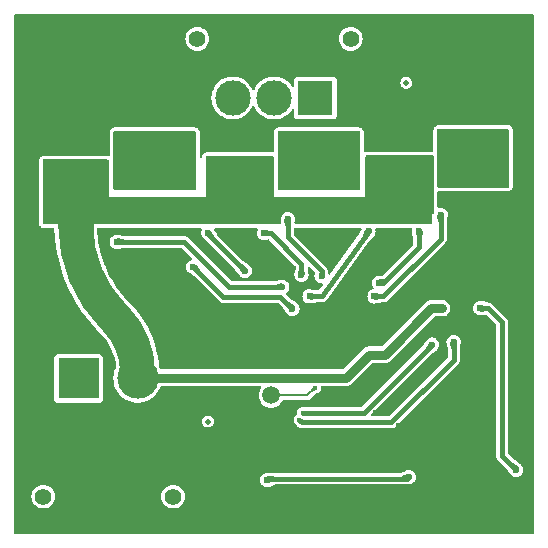
<source format=gbr>
%TF.GenerationSoftware,KiCad,Pcbnew,8.0.6+1*%
%TF.CreationDate,2025-01-08T18:32:10+00:00*%
%TF.ProjectId,TFESC02,54464553-4330-4322-9e6b-696361645f70,01A*%
%TF.SameCoordinates,Original*%
%TF.FileFunction,Copper,L2,Bot*%
%TF.FilePolarity,Positive*%
%FSLAX46Y46*%
G04 Gerber Fmt 4.6, Leading zero omitted, Abs format (unit mm)*
G04 Created by KiCad (PCBNEW 8.0.6+1) date 2025-01-08 18:32:10*
%MOMM*%
%LPD*%
G01*
G04 APERTURE LIST*
%TA.AperFunction,ComponentPad*%
%ADD10C,1.400000*%
%TD*%
%TA.AperFunction,ComponentPad*%
%ADD11R,3.000000X3.000000*%
%TD*%
%TA.AperFunction,ComponentPad*%
%ADD12C,3.000000*%
%TD*%
%TA.AperFunction,ComponentPad*%
%ADD13R,3.500000X3.500000*%
%TD*%
%TA.AperFunction,ComponentPad*%
%ADD14C,3.500000*%
%TD*%
%TA.AperFunction,SMDPad,CuDef*%
%ADD15C,0.500000*%
%TD*%
%TA.AperFunction,SMDPad,CuDef*%
%ADD16C,1.500000*%
%TD*%
%TA.AperFunction,ViaPad*%
%ADD17C,0.600000*%
%TD*%
%TA.AperFunction,ViaPad*%
%ADD18C,0.400000*%
%TD*%
%TA.AperFunction,Conductor*%
%ADD19C,0.400000*%
%TD*%
%TA.AperFunction,Conductor*%
%ADD20C,0.800000*%
%TD*%
%TA.AperFunction,Conductor*%
%ADD21C,3.000000*%
%TD*%
%TA.AperFunction,Conductor*%
%ADD22C,0.200000*%
%TD*%
G04 APERTURE END LIST*
D10*
%TO.P,J5,*%
%TO.N,*%
X139000000Y-107100000D03*
X152000000Y-107100000D03*
D11*
%TO.P,J5,1,A*%
%TO.N,/OUT_A*%
X149000000Y-112100000D03*
D12*
%TO.P,J5,2,B*%
%TO.N,/OUT_B*%
X145500000Y-112100000D03*
%TO.P,J5,3,C*%
%TO.N,/OUT_C*%
X142000000Y-112100000D03*
%TD*%
D10*
%TO.P,J3,*%
%TO.N,*%
X136950000Y-145850000D03*
X125950000Y-145850000D03*
D13*
%TO.P,J3,1,-*%
%TO.N,GNDPWR*%
X128950000Y-135850000D03*
D14*
%TO.P,J3,2,+*%
%TO.N,VDDPWR*%
X133950000Y-135850000D03*
%TD*%
D15*
%TO.P,FID2,*%
%TO.N,*%
X156700000Y-110825000D03*
%TD*%
D16*
%TO.P,TP1,1,1*%
%TO.N,Net-(IC1-EXT_CLK)*%
X145250000Y-137275000D03*
%TD*%
D15*
%TO.P,FID1,*%
%TO.N,*%
X139900000Y-139500000D03*
%TD*%
D17*
%TO.N,VDDPWR*%
X143400000Y-119375000D03*
X127166668Y-120375000D03*
X130233332Y-119550000D03*
X141100000Y-117725000D03*
X131000002Y-120375000D03*
X130233332Y-118725000D03*
X127166668Y-119550000D03*
X156833330Y-117725000D03*
X157599996Y-117725000D03*
X127933334Y-121200000D03*
X130700000Y-128524000D03*
X129466666Y-118725000D03*
X127166666Y-117900000D03*
X128700000Y-119550000D03*
X144166666Y-120200000D03*
X162948529Y-129900000D03*
X144166666Y-118550000D03*
X144933334Y-117725000D03*
X143400000Y-120200000D03*
X130750000Y-130875000D03*
X142633334Y-120200000D03*
X154533334Y-118550000D03*
X130233332Y-121200000D03*
X158366668Y-121025000D03*
X130700000Y-127762000D03*
X153766668Y-119375000D03*
X166000000Y-143600000D03*
X140333336Y-119375000D03*
X142633334Y-121025000D03*
X130233330Y-117900000D03*
X129950000Y-127762000D03*
X127933334Y-120375000D03*
X141100002Y-118550000D03*
X126400002Y-121200000D03*
X129794000Y-129286000D03*
X129925000Y-128524000D03*
X129466666Y-119550000D03*
X153766666Y-117725000D03*
X158366666Y-117725000D03*
X126400002Y-120375000D03*
X158366668Y-120200000D03*
X154533332Y-117725000D03*
X156066666Y-121025000D03*
X157599998Y-120200000D03*
X128700000Y-120375000D03*
X141100002Y-120200000D03*
X155300000Y-119375000D03*
X157599998Y-119375000D03*
X156066664Y-117725000D03*
X142633334Y-119375000D03*
X156833332Y-119375000D03*
X127933334Y-119550000D03*
X154889200Y-133832594D03*
X141866668Y-119375000D03*
X153766668Y-121025000D03*
X126400002Y-119550000D03*
X141866668Y-121025000D03*
X140333336Y-121025000D03*
X154533334Y-121025000D03*
X155300000Y-118550000D03*
X158366668Y-118550000D03*
X126400002Y-118725000D03*
X153766668Y-120200000D03*
X156833332Y-120200000D03*
X142633332Y-117725000D03*
X154533334Y-119375000D03*
X129466666Y-121200000D03*
X156833332Y-118550000D03*
X155300000Y-121025000D03*
X128699998Y-117900000D03*
X127933332Y-117900000D03*
X129200000Y-127762000D03*
X141866668Y-120200000D03*
X143399998Y-117725000D03*
X141100002Y-119375000D03*
X129466666Y-120375000D03*
X158366668Y-119375000D03*
X127166668Y-118725000D03*
X131000000Y-117900000D03*
X157599998Y-121025000D03*
X140333334Y-117725000D03*
X128700000Y-118725000D03*
X131000002Y-121200000D03*
X156066666Y-118550000D03*
X144166666Y-119375000D03*
X140333336Y-120200000D03*
X144933336Y-119375000D03*
X144933336Y-121025000D03*
X127933334Y-118725000D03*
X130675000Y-129286000D03*
X140333336Y-118550000D03*
X155300000Y-120200000D03*
X157599998Y-118550000D03*
X144166666Y-121025000D03*
X156066666Y-119375000D03*
X131000002Y-118725000D03*
X129466664Y-117900000D03*
X141866666Y-117725000D03*
X131000002Y-119550000D03*
X154533334Y-120200000D03*
X153766668Y-118550000D03*
X128700000Y-121200000D03*
X143400000Y-121025000D03*
X142633334Y-118550000D03*
X127166668Y-121200000D03*
X130233332Y-120375000D03*
X155299998Y-117725000D03*
X144166664Y-117725000D03*
X143400000Y-118550000D03*
X141100002Y-121025000D03*
X156833332Y-121025000D03*
X144933336Y-118550000D03*
X156066666Y-120200000D03*
X153588600Y-133888600D03*
X141866668Y-118550000D03*
X126400000Y-117900000D03*
X144933336Y-120200000D03*
X159689800Y-129900000D03*
%TO.N,GNDD*%
X157403800Y-128244600D03*
X160197800Y-131521200D03*
X149633332Y-132900000D03*
X144250000Y-126550000D03*
X166950000Y-136200000D03*
X141808200Y-133070600D03*
X140575000Y-145725000D03*
X158978600Y-128346200D03*
X163245800Y-127381000D03*
X156210000Y-137185400D03*
X141097000Y-132359400D03*
X136950000Y-143050000D03*
X159461200Y-131191000D03*
X154123727Y-138811935D03*
X135100000Y-138425000D03*
X139827000Y-136804400D03*
X142595600Y-134264400D03*
X153625000Y-143100000D03*
X136975000Y-144200000D03*
X143408400Y-130479800D03*
X157400000Y-136300000D03*
X141500000Y-147600000D03*
X143484600Y-138049000D03*
X163900000Y-136100000D03*
X124475000Y-115500000D03*
X152550000Y-105450000D03*
X128150000Y-105600000D03*
X163200000Y-131000000D03*
X140258800Y-134772400D03*
X124775000Y-148000000D03*
X141600000Y-139800000D03*
X155295600Y-135305800D03*
X140500000Y-148600000D03*
X156514800Y-130505200D03*
X138887200Y-128117600D03*
X153025000Y-147650000D03*
X150300000Y-132150000D03*
X155700000Y-138200000D03*
X148966666Y-134400000D03*
X143625000Y-113950000D03*
X148966666Y-133650000D03*
X149633332Y-134400000D03*
X124975000Y-138225000D03*
X151975000Y-113900000D03*
X140500000Y-147400000D03*
X134650000Y-105600000D03*
X150300000Y-131400000D03*
X141625000Y-137475000D03*
X139550000Y-109875000D03*
X132918200Y-128295400D03*
X150300000Y-133650000D03*
X167175000Y-115550000D03*
X139776200Y-138023600D03*
X124925000Y-143950000D03*
X146659600Y-126492000D03*
X163900000Y-129200000D03*
X158648400Y-131673600D03*
X156464000Y-128651000D03*
X140208000Y-132537200D03*
X142849600Y-129844800D03*
X134500000Y-113900000D03*
X148966666Y-131400000D03*
X162125000Y-127425000D03*
X156972000Y-129616200D03*
X161340800Y-131216400D03*
X140944600Y-133527800D03*
X164950000Y-129175000D03*
X132225000Y-138250000D03*
X140081000Y-133908800D03*
X148650000Y-140700000D03*
X137325000Y-129375000D03*
X124875000Y-105625000D03*
X149633332Y-131400000D03*
X153800000Y-140704000D03*
X148300000Y-133650000D03*
X124200000Y-121650000D03*
X157962600Y-132257800D03*
X163300000Y-144500000D03*
X157784800Y-127457200D03*
X143332200Y-139547600D03*
X149633332Y-133650000D03*
X157251400Y-133451600D03*
X148966666Y-132150000D03*
X137775000Y-105575000D03*
X156100000Y-139900000D03*
X166625000Y-118575000D03*
X154300000Y-109900000D03*
X152450800Y-136372600D03*
X166825000Y-125425000D03*
X151714200Y-148183600D03*
X163000000Y-142700000D03*
X140665200Y-137896600D03*
X148300000Y-132150000D03*
X161899600Y-128651000D03*
X146825000Y-109900000D03*
X151200000Y-141050000D03*
X153000000Y-146700000D03*
X150300000Y-134400000D03*
X166950000Y-136950000D03*
X148300000Y-131400000D03*
X125000000Y-140875000D03*
X166900000Y-129150000D03*
X148300000Y-134400000D03*
X143600000Y-109925000D03*
X141427200Y-134493000D03*
X154275000Y-146825000D03*
X162890200Y-128244600D03*
X161400000Y-140800000D03*
X139500000Y-147600000D03*
X137261600Y-127660400D03*
X141020800Y-140639800D03*
X132308600Y-127203200D03*
X144221200Y-138887200D03*
X158877000Y-127330200D03*
X160100000Y-137200000D03*
X161400000Y-142000000D03*
X145491200Y-126974600D03*
X149633332Y-132150000D03*
X148966666Y-132900000D03*
X141625000Y-138675000D03*
X150300000Y-132900000D03*
X153000000Y-148600000D03*
X148300000Y-132900000D03*
X150291800Y-126212600D03*
X142417800Y-130581400D03*
%TO.N,/SHA*%
X154000000Y-128900000D03*
X159600000Y-122000000D03*
%TO.N,/SHB*%
X146659600Y-122377200D03*
X149525000Y-127200000D03*
%TO.N,/SHC*%
X146200000Y-128100000D03*
X132175000Y-124275000D03*
%TO.N,/FG*%
X156900000Y-144200000D03*
X144925000Y-144450000D03*
D18*
%TO.N,/SDA*%
X147650142Y-139347062D03*
D17*
X160700000Y-132775000D03*
%TO.N,/SCL*%
X158887500Y-132987500D03*
D18*
X147929600Y-138785600D03*
D17*
%TO.N,/OUT_A*%
X160933334Y-118825000D03*
X163999998Y-118000000D03*
X163233332Y-117175000D03*
X163233332Y-118000000D03*
X160933334Y-116350000D03*
X161699998Y-115525000D03*
X163999998Y-117175000D03*
X160166668Y-118000000D03*
X160933334Y-117175000D03*
X164766668Y-116350000D03*
X160166668Y-116350000D03*
X164766668Y-118825000D03*
X162466666Y-116350000D03*
X163999998Y-116350000D03*
X162466666Y-118825000D03*
X162466666Y-118000000D03*
X163233332Y-116350000D03*
X164766666Y-115525000D03*
X160166668Y-117175000D03*
X164766668Y-118000000D03*
X160166666Y-115525000D03*
X163233332Y-118825000D03*
X160933334Y-118000000D03*
X161700000Y-117175000D03*
X163233330Y-115525000D03*
X164766668Y-117175000D03*
X161700000Y-118825000D03*
X160166668Y-118825000D03*
X161700000Y-118000000D03*
X162466664Y-115525000D03*
X160933332Y-115525000D03*
X161700000Y-116350000D03*
X163999996Y-115525000D03*
X162466666Y-117175000D03*
X163999998Y-118825000D03*
%TO.N,/OUT_B*%
X151166668Y-116550000D03*
X147333334Y-116550000D03*
X148099998Y-115725000D03*
X148100000Y-119025000D03*
X147333334Y-117375000D03*
X148100000Y-116550000D03*
X147333332Y-115725000D03*
X149633332Y-117375000D03*
X150399998Y-116550000D03*
X148866666Y-117375000D03*
X146566668Y-117375000D03*
X150399996Y-115725000D03*
X146566668Y-118200000D03*
X151166668Y-118200000D03*
X148866666Y-116550000D03*
X150399998Y-118200000D03*
X151166666Y-115725000D03*
X146566668Y-116550000D03*
X147333334Y-119025000D03*
X148866664Y-115725000D03*
X146566668Y-119025000D03*
X149633332Y-118200000D03*
X148100000Y-117375000D03*
X146566666Y-115725000D03*
X149633332Y-116550000D03*
X148866666Y-118200000D03*
X149633332Y-119025000D03*
X150399998Y-119025000D03*
X150399998Y-117375000D03*
X151166668Y-117375000D03*
X147333334Y-118200000D03*
X148100000Y-118200000D03*
X149633330Y-115725000D03*
X148866666Y-119025000D03*
X151166668Y-119025000D03*
%TO.N,/OUT_C*%
X137366668Y-117375000D03*
X135066666Y-119025000D03*
X134300000Y-117375000D03*
X135066666Y-116550000D03*
X137366666Y-115725000D03*
X135833332Y-118200000D03*
X135833332Y-117375000D03*
X133533334Y-117375000D03*
X135833332Y-119025000D03*
X132766668Y-116550000D03*
X133533334Y-118200000D03*
X137366668Y-116550000D03*
X134300000Y-119025000D03*
X136599998Y-119025000D03*
X136599996Y-115725000D03*
X134300000Y-118200000D03*
X137366668Y-119025000D03*
X133533332Y-115725000D03*
X137366668Y-118200000D03*
X135066666Y-117375000D03*
X135833332Y-116550000D03*
X133533334Y-119025000D03*
X132766668Y-118200000D03*
X132766668Y-119025000D03*
X135066664Y-115725000D03*
X133533334Y-116550000D03*
X136599998Y-116550000D03*
X134300000Y-116550000D03*
X135066666Y-118200000D03*
X132766666Y-115725000D03*
X136599998Y-118200000D03*
X132766668Y-117375000D03*
X135833330Y-115725000D03*
X136599998Y-117375000D03*
X134299998Y-115725000D03*
%TO.N,/GHA*%
X157800000Y-123400000D03*
X154381200Y-127762000D03*
%TO.N,/GHB*%
X147819339Y-127080661D03*
X144650000Y-123550000D03*
%TO.N,/GLB*%
X148500000Y-128900000D03*
X153500000Y-123400000D03*
%TO.N,/GHC*%
X147050000Y-129950000D03*
X138658598Y-126390400D03*
%TO.N,/GLC*%
X139900000Y-123500000D03*
X143025000Y-126725000D03*
D18*
%TO.N,Net-(IC1-EXT_CLK)*%
X148950000Y-136644725D03*
%TD*%
D19*
%TO.N,VDDPWR*%
X164800000Y-142400000D02*
X166000000Y-143600000D01*
X164800000Y-131100000D02*
X164800000Y-142400000D01*
D20*
X151590190Y-135775000D02*
X153532595Y-133832595D01*
D19*
X153588600Y-133888600D02*
X153532595Y-133832595D01*
D20*
X153532594Y-133832594D02*
X154889200Y-133832594D01*
D19*
X163600000Y-129900000D02*
X164800000Y-131100000D01*
X153532594Y-133832594D02*
X153532595Y-133832595D01*
D20*
X154889200Y-133832594D02*
X158821794Y-129900000D01*
D21*
X128700000Y-122858432D02*
X128700000Y-121200000D01*
D20*
X158821794Y-129900000D02*
X159689800Y-129900000D01*
X134025000Y-135775000D02*
X151590190Y-135775000D01*
D19*
X162948529Y-129900000D02*
X163600000Y-129900000D01*
D21*
X132078896Y-130803896D02*
X131929051Y-130654051D01*
X133950000Y-135321140D02*
G75*
G03*
X132078906Y-130803886I-6388300J40D01*
G01*
X128700000Y-122858432D02*
G75*
G03*
X131929061Y-130654041I11024700J32D01*
G01*
D19*
%TO.N,/SHA*%
X159600000Y-124050000D02*
X159600000Y-122000000D01*
X154750000Y-128900000D02*
X159600000Y-124050000D01*
X154000000Y-128900000D02*
X154750000Y-128900000D01*
%TO.N,/SHB*%
X146659600Y-123875800D02*
X149525000Y-126741200D01*
X146659600Y-122377200D02*
X146659600Y-123875800D01*
X149525000Y-126741200D02*
X149525000Y-127200000D01*
%TO.N,/SHC*%
X137838600Y-124275000D02*
X141663600Y-128100000D01*
X132175000Y-124275000D02*
X137838600Y-124275000D01*
X141663600Y-128100000D02*
X146200000Y-128100000D01*
%TO.N,/FG*%
X144925000Y-144450000D02*
X145050000Y-144325000D01*
X145050000Y-144325000D02*
X156775000Y-144325000D01*
X156775000Y-144325000D02*
X156900000Y-144200000D01*
%TO.N,/SDA*%
X147865015Y-139561935D02*
X147650142Y-139347062D01*
X160700000Y-134300000D02*
X155438065Y-139561935D01*
X160700000Y-132775000D02*
X160700000Y-134300000D01*
X155438065Y-139561935D02*
X147865015Y-139561935D01*
%TO.N,/SCL*%
X153089400Y-138785600D02*
X147929600Y-138785600D01*
X158887500Y-132987500D02*
X153089400Y-138785600D01*
%TO.N,/GHA*%
X157800000Y-123400000D02*
X157800000Y-124724200D01*
X157800000Y-124724200D02*
X154762200Y-127762000D01*
X154762200Y-127762000D02*
X154381200Y-127762000D01*
%TO.N,/GHB*%
X144650000Y-123550000D02*
X145241600Y-123550000D01*
X145241600Y-123550000D02*
X147819339Y-126127739D01*
X147819339Y-126127739D02*
X147819339Y-127080661D01*
%TO.N,/GLB*%
X153500000Y-123400000D02*
X149550000Y-128900000D01*
X149550000Y-128900000D02*
X148500000Y-128900000D01*
%TO.N,/GHC*%
X146030400Y-128930400D02*
X141198598Y-128930400D01*
X147050000Y-129950000D02*
X146030400Y-128930400D01*
X141198598Y-128930400D02*
X138658598Y-126390400D01*
%TO.N,/GLC*%
X139900000Y-123600000D02*
X139900000Y-123500000D01*
X143025000Y-126725000D02*
X139900000Y-123600000D01*
D22*
%TO.N,Net-(IC1-EXT_CLK)*%
X148319725Y-137275000D02*
X148950000Y-136644725D01*
X145250000Y-137275000D02*
X148319725Y-137275000D01*
%TD*%
%TA.AperFunction,Conductor*%
%TO.N,VDDPWR*%
G36*
X145443039Y-117019685D02*
G01*
X145488794Y-117072489D01*
X145500000Y-117124000D01*
X145500000Y-121950000D01*
X139700000Y-121950000D01*
X139700000Y-117124000D01*
X139719685Y-117056961D01*
X139772489Y-117011206D01*
X139824000Y-117000000D01*
X145376000Y-117000000D01*
X145443039Y-117019685D01*
G37*
%TD.AperFunction*%
%TD*%
%TA.AperFunction,Conductor*%
%TO.N,GNDD*%
G36*
X147345224Y-123105500D02*
G01*
X152812653Y-123105500D01*
X152870844Y-123124407D01*
X152906808Y-123173907D01*
X152906808Y-123235093D01*
X152901819Y-123247516D01*
X152718336Y-123627846D01*
X152709581Y-123642580D01*
X150271349Y-127037585D01*
X150222047Y-127073820D01*
X150160863Y-127074156D01*
X150111166Y-127038465D01*
X150099474Y-127017721D01*
X150099114Y-127016852D01*
X150049536Y-126897159D01*
X150049534Y-126897154D01*
X150045955Y-126892490D01*
X150025534Y-126834814D01*
X150025500Y-126832227D01*
X150025500Y-126675309D01*
X150017870Y-126646833D01*
X149991392Y-126548014D01*
X149991390Y-126548011D01*
X149991390Y-126548009D01*
X149925503Y-126433890D01*
X149925499Y-126433885D01*
X149832314Y-126340699D01*
X149832314Y-126340700D01*
X147189096Y-123697482D01*
X147161319Y-123642965D01*
X147160100Y-123627478D01*
X147160100Y-123193134D01*
X147179007Y-123134943D01*
X147228507Y-123098979D01*
X147273187Y-123095142D01*
X147345224Y-123105500D01*
G37*
%TD.AperFunction*%
%TA.AperFunction,Conductor*%
G36*
X167458691Y-105019407D02*
G01*
X167494655Y-105068907D01*
X167499500Y-105099500D01*
X167499500Y-148900500D01*
X167480593Y-148958691D01*
X167431093Y-148994655D01*
X167400500Y-148999500D01*
X123599500Y-148999500D01*
X123541309Y-148980593D01*
X123505345Y-148931093D01*
X123500500Y-148900500D01*
X123500500Y-145849996D01*
X124944659Y-145849996D01*
X124944659Y-145850003D01*
X124963974Y-146046126D01*
X124963975Y-146046129D01*
X125021187Y-146234730D01*
X125021188Y-146234732D01*
X125092218Y-146367618D01*
X125114090Y-146408538D01*
X125114092Y-146408540D01*
X125114093Y-146408542D01*
X125239112Y-146560878D01*
X125239121Y-146560887D01*
X125391457Y-146685906D01*
X125391462Y-146685910D01*
X125565273Y-146778814D01*
X125753868Y-146836024D01*
X125753870Y-146836024D01*
X125753873Y-146836025D01*
X125949997Y-146855341D01*
X125950000Y-146855341D01*
X125950003Y-146855341D01*
X126146126Y-146836025D01*
X126146127Y-146836024D01*
X126146132Y-146836024D01*
X126334727Y-146778814D01*
X126508538Y-146685910D01*
X126660883Y-146560883D01*
X126785910Y-146408538D01*
X126878814Y-146234727D01*
X126936024Y-146046132D01*
X126955341Y-145850000D01*
X126955341Y-145849996D01*
X135944659Y-145849996D01*
X135944659Y-145850003D01*
X135963974Y-146046126D01*
X135963975Y-146046129D01*
X136021187Y-146234730D01*
X136021188Y-146234732D01*
X136092218Y-146367618D01*
X136114090Y-146408538D01*
X136114092Y-146408540D01*
X136114093Y-146408542D01*
X136239112Y-146560878D01*
X136239121Y-146560887D01*
X136391457Y-146685906D01*
X136391462Y-146685910D01*
X136565273Y-146778814D01*
X136753868Y-146836024D01*
X136753870Y-146836024D01*
X136753873Y-146836025D01*
X136949997Y-146855341D01*
X136950000Y-146855341D01*
X136950003Y-146855341D01*
X137146126Y-146836025D01*
X137146127Y-146836024D01*
X137146132Y-146836024D01*
X137334727Y-146778814D01*
X137508538Y-146685910D01*
X137660883Y-146560883D01*
X137785910Y-146408538D01*
X137878814Y-146234727D01*
X137936024Y-146046132D01*
X137955341Y-145850000D01*
X137955341Y-145849996D01*
X137936025Y-145653873D01*
X137936024Y-145653870D01*
X137936024Y-145653868D01*
X137878814Y-145465273D01*
X137785910Y-145291462D01*
X137785906Y-145291457D01*
X137660887Y-145139121D01*
X137660878Y-145139112D01*
X137508542Y-145014093D01*
X137508540Y-145014092D01*
X137508538Y-145014090D01*
X137434538Y-144974536D01*
X137334732Y-144921188D01*
X137334730Y-144921187D01*
X137146129Y-144863975D01*
X137146126Y-144863974D01*
X136950003Y-144844659D01*
X136949997Y-144844659D01*
X136753873Y-144863974D01*
X136753870Y-144863975D01*
X136565269Y-144921187D01*
X136565267Y-144921188D01*
X136391467Y-145014087D01*
X136391457Y-145014093D01*
X136239121Y-145139112D01*
X136239112Y-145139121D01*
X136114093Y-145291457D01*
X136114087Y-145291467D01*
X136021188Y-145465267D01*
X136021187Y-145465269D01*
X135963975Y-145653870D01*
X135963974Y-145653873D01*
X135944659Y-145849996D01*
X126955341Y-145849996D01*
X126936025Y-145653873D01*
X126936024Y-145653870D01*
X126936024Y-145653868D01*
X126878814Y-145465273D01*
X126785910Y-145291462D01*
X126785906Y-145291457D01*
X126660887Y-145139121D01*
X126660878Y-145139112D01*
X126508542Y-145014093D01*
X126508540Y-145014092D01*
X126508538Y-145014090D01*
X126434538Y-144974536D01*
X126334732Y-144921188D01*
X126334730Y-144921187D01*
X126146129Y-144863975D01*
X126146126Y-144863974D01*
X125950003Y-144844659D01*
X125949997Y-144844659D01*
X125753873Y-144863974D01*
X125753870Y-144863975D01*
X125565269Y-144921187D01*
X125565267Y-144921188D01*
X125391467Y-145014087D01*
X125391457Y-145014093D01*
X125239121Y-145139112D01*
X125239112Y-145139121D01*
X125114093Y-145291457D01*
X125114087Y-145291467D01*
X125021188Y-145465267D01*
X125021187Y-145465269D01*
X124963975Y-145653870D01*
X124963974Y-145653873D01*
X124944659Y-145849996D01*
X123500500Y-145849996D01*
X123500500Y-144449999D01*
X144319318Y-144449999D01*
X144319318Y-144450000D01*
X144339955Y-144606758D01*
X144339957Y-144606766D01*
X144400462Y-144752838D01*
X144400462Y-144752839D01*
X144496713Y-144878276D01*
X144496718Y-144878282D01*
X144622159Y-144974536D01*
X144622160Y-144974536D01*
X144622161Y-144974537D01*
X144717658Y-145014093D01*
X144768238Y-145035044D01*
X144885809Y-145050522D01*
X144924999Y-145055682D01*
X144925000Y-145055682D01*
X144925001Y-145055682D01*
X144964190Y-145050522D01*
X145081762Y-145035044D01*
X145139183Y-145011258D01*
X145154211Y-145006398D01*
X145174657Y-145001550D01*
X145484666Y-144863974D01*
X145552187Y-144834010D01*
X145592344Y-144825500D01*
X156318858Y-144825500D01*
X156332769Y-144826482D01*
X156335617Y-144826886D01*
X156355238Y-144829671D01*
X156448228Y-144825594D01*
X156452562Y-144825500D01*
X156840893Y-144825500D01*
X156840893Y-144825499D01*
X156922936Y-144803516D01*
X156935630Y-144800990D01*
X157056762Y-144785044D01*
X157202841Y-144724536D01*
X157328282Y-144628282D01*
X157424536Y-144502841D01*
X157485044Y-144356762D01*
X157505682Y-144200000D01*
X157485044Y-144043238D01*
X157470157Y-144007298D01*
X157424537Y-143897161D01*
X157424537Y-143897160D01*
X157328286Y-143771723D01*
X157328285Y-143771722D01*
X157328282Y-143771718D01*
X157328277Y-143771714D01*
X157328276Y-143771713D01*
X157202838Y-143675462D01*
X157056766Y-143614957D01*
X157056758Y-143614955D01*
X156900001Y-143594318D01*
X156899999Y-143594318D01*
X156743236Y-143614956D01*
X156685829Y-143638734D01*
X156670797Y-143643596D01*
X156650343Y-143648448D01*
X156272812Y-143815990D01*
X156232654Y-143824500D01*
X145506149Y-143824500D01*
X145492238Y-143823518D01*
X145469763Y-143820328D01*
X145469762Y-143820328D01*
X145376748Y-143824405D01*
X145372415Y-143824500D01*
X144984105Y-143824500D01*
X144902063Y-143846482D01*
X144889365Y-143849008D01*
X144768237Y-143864956D01*
X144622161Y-143925462D01*
X144622160Y-143925462D01*
X144496723Y-144021713D01*
X144496713Y-144021723D01*
X144400462Y-144147160D01*
X144400462Y-144147161D01*
X144339957Y-144293233D01*
X144339955Y-144293241D01*
X144319318Y-144449999D01*
X123500500Y-144449999D01*
X123500500Y-139499997D01*
X139394353Y-139499997D01*
X139394353Y-139500002D01*
X139414834Y-139642456D01*
X139454452Y-139729205D01*
X139474623Y-139773373D01*
X139568872Y-139882143D01*
X139568873Y-139882144D01*
X139689942Y-139959950D01*
X139689947Y-139959953D01*
X139796403Y-139991211D01*
X139828035Y-140000499D01*
X139828036Y-140000499D01*
X139828039Y-140000500D01*
X139828041Y-140000500D01*
X139971959Y-140000500D01*
X139971961Y-140000500D01*
X140110053Y-139959953D01*
X140231128Y-139882143D01*
X140325377Y-139773373D01*
X140385165Y-139642457D01*
X140399860Y-139540248D01*
X140405647Y-139500002D01*
X140405647Y-139499997D01*
X140385165Y-139357543D01*
X140380378Y-139347062D01*
X140380377Y-139347060D01*
X147144495Y-139347060D01*
X147144495Y-139347063D01*
X147148634Y-139375848D01*
X147149642Y-139389938D01*
X147149642Y-139412955D01*
X147157452Y-139442104D01*
X147159817Y-139453634D01*
X147164977Y-139489519D01*
X147174079Y-139509450D01*
X147179648Y-139524943D01*
X147183750Y-139540248D01*
X147202419Y-139572585D01*
X147206734Y-139580955D01*
X147224764Y-139620435D01*
X147234401Y-139631556D01*
X147245314Y-139646882D01*
X147249639Y-139654372D01*
X147249640Y-139654373D01*
X147249642Y-139654376D01*
X147281103Y-139685837D01*
X147285905Y-139690995D01*
X147319014Y-139729205D01*
X147325331Y-139733264D01*
X147341810Y-139746544D01*
X147458868Y-139863601D01*
X147458871Y-139863605D01*
X147458872Y-139863605D01*
X147464514Y-139869247D01*
X147464515Y-139869249D01*
X147557701Y-139962435D01*
X147557703Y-139962436D01*
X147557705Y-139962438D01*
X147671825Y-140028325D01*
X147671823Y-140028325D01*
X147671827Y-140028326D01*
X147671829Y-140028327D01*
X147799122Y-140062435D01*
X147799123Y-140062435D01*
X147799124Y-140062435D01*
X155503955Y-140062435D01*
X155503957Y-140062435D01*
X155631251Y-140028327D01*
X155631253Y-140028325D01*
X155631255Y-140028325D01*
X155745374Y-139962438D01*
X155745374Y-139962437D01*
X155745379Y-139962435D01*
X161100500Y-134607314D01*
X161145863Y-134528743D01*
X161166390Y-134493190D01*
X161166390Y-134493188D01*
X161166392Y-134493186D01*
X161200500Y-134365892D01*
X161200500Y-134234107D01*
X161200500Y-133437656D01*
X161202780Y-133420055D01*
X161202221Y-133419962D01*
X161250401Y-133130875D01*
X161280744Y-132948810D01*
X161283799Y-132938152D01*
X161283363Y-132938036D01*
X161285043Y-132931764D01*
X161285044Y-132931762D01*
X161290302Y-132891816D01*
X161290794Y-132888508D01*
X161299080Y-132838801D01*
X161302155Y-132814268D01*
X161302314Y-132812384D01*
X161302660Y-132801625D01*
X161303454Y-132791915D01*
X161305682Y-132775000D01*
X161285044Y-132618238D01*
X161224537Y-132472161D01*
X161224537Y-132472160D01*
X161128286Y-132346723D01*
X161128285Y-132346722D01*
X161128282Y-132346718D01*
X161128277Y-132346714D01*
X161128276Y-132346713D01*
X161002838Y-132250462D01*
X160856766Y-132189957D01*
X160856758Y-132189955D01*
X160700001Y-132169318D01*
X160699999Y-132169318D01*
X160543241Y-132189955D01*
X160543233Y-132189957D01*
X160397161Y-132250462D01*
X160397160Y-132250462D01*
X160271723Y-132346713D01*
X160271713Y-132346723D01*
X160175462Y-132472160D01*
X160175462Y-132472161D01*
X160114957Y-132618233D01*
X160114955Y-132618241D01*
X160094318Y-132774999D01*
X160094318Y-132775002D01*
X160100177Y-132819512D01*
X160101005Y-132834368D01*
X160100918Y-132838795D01*
X160109196Y-132888468D01*
X160109696Y-132891816D01*
X160114956Y-132931764D01*
X160116635Y-132938029D01*
X160116202Y-132938144D01*
X160119251Y-132948800D01*
X160197658Y-133419234D01*
X160197279Y-133419297D01*
X160199500Y-133437509D01*
X160199500Y-134051678D01*
X160180593Y-134109869D01*
X160170504Y-134121682D01*
X155259747Y-139032439D01*
X155205230Y-139060216D01*
X155189743Y-139061435D01*
X153760387Y-139061435D01*
X153702196Y-139042528D01*
X153666232Y-138993028D01*
X153666232Y-138931842D01*
X153690383Y-138892431D01*
X154937954Y-137644860D01*
X158772844Y-133809968D01*
X158786894Y-133799145D01*
X158786563Y-133798681D01*
X158790285Y-133796022D01*
X158790290Y-133796020D01*
X159175252Y-133521046D01*
X159184949Y-133515670D01*
X159184724Y-133515279D01*
X159190336Y-133512037D01*
X159190341Y-133512036D01*
X159222333Y-133487486D01*
X159224976Y-133485529D01*
X159265998Y-133456229D01*
X159285432Y-133441129D01*
X159286878Y-133439909D01*
X159294794Y-133432488D01*
X159302205Y-133426199D01*
X159315782Y-133415782D01*
X159412036Y-133290341D01*
X159472544Y-133144262D01*
X159493182Y-132987500D01*
X159472544Y-132830738D01*
X159465722Y-132814268D01*
X159412037Y-132684661D01*
X159412037Y-132684660D01*
X159315786Y-132559223D01*
X159315784Y-132559221D01*
X159315782Y-132559218D01*
X159315777Y-132559214D01*
X159315776Y-132559213D01*
X159244604Y-132504601D01*
X159190341Y-132462964D01*
X159190340Y-132462963D01*
X159190338Y-132462962D01*
X159044266Y-132402457D01*
X159044258Y-132402455D01*
X158887501Y-132381818D01*
X158887499Y-132381818D01*
X158730741Y-132402455D01*
X158730733Y-132402457D01*
X158584661Y-132462962D01*
X158584660Y-132462962D01*
X158459223Y-132559213D01*
X158459215Y-132559221D01*
X158431882Y-132594841D01*
X158421968Y-132605925D01*
X158418775Y-132608995D01*
X158418767Y-132609004D01*
X158389491Y-132649990D01*
X158387477Y-132652710D01*
X158362966Y-132684655D01*
X158359722Y-132690275D01*
X158359334Y-132690051D01*
X158353954Y-132699742D01*
X158076748Y-133087833D01*
X158076437Y-133087611D01*
X158065130Y-133102054D01*
X152911082Y-138256104D01*
X152856565Y-138283881D01*
X152841078Y-138285100D01*
X147857635Y-138285100D01*
X147795445Y-138303361D01*
X147793179Y-138303997D01*
X147736415Y-138319207D01*
X147730418Y-138321691D01*
X147730189Y-138321139D01*
X147719845Y-138325558D01*
X147719554Y-138325643D01*
X147719544Y-138325648D01*
X147671010Y-138356838D01*
X147666991Y-138359288D01*
X147622284Y-138385100D01*
X147622282Y-138385102D01*
X147621258Y-138386127D01*
X147604800Y-138399389D01*
X147598472Y-138403456D01*
X147598471Y-138403457D01*
X147565368Y-138441659D01*
X147560556Y-138446827D01*
X147529100Y-138478285D01*
X147529099Y-138478286D01*
X147524772Y-138485780D01*
X147513866Y-138501096D01*
X147504222Y-138512227D01*
X147504221Y-138512228D01*
X147486191Y-138551707D01*
X147481877Y-138560075D01*
X147463208Y-138592413D01*
X147463207Y-138592413D01*
X147459107Y-138607717D01*
X147453538Y-138623208D01*
X147444435Y-138643143D01*
X147439274Y-138679030D01*
X147436910Y-138690553D01*
X147429100Y-138719704D01*
X147429100Y-138742722D01*
X147428092Y-138756811D01*
X147423953Y-138785598D01*
X147423953Y-138785601D01*
X147428092Y-138814386D01*
X147429100Y-138828476D01*
X147429100Y-138839594D01*
X147410193Y-138897785D01*
X147379602Y-138925329D01*
X147342829Y-138946560D01*
X147342824Y-138946564D01*
X147341800Y-138947589D01*
X147325342Y-138960851D01*
X147319014Y-138964918D01*
X147319013Y-138964919D01*
X147285910Y-139003121D01*
X147281098Y-139008289D01*
X147249642Y-139039747D01*
X147249641Y-139039748D01*
X147245314Y-139047242D01*
X147234408Y-139062558D01*
X147224764Y-139073689D01*
X147224763Y-139073690D01*
X147206733Y-139113169D01*
X147202419Y-139121537D01*
X147183750Y-139153875D01*
X147183749Y-139153875D01*
X147179649Y-139169179D01*
X147174080Y-139184670D01*
X147164977Y-139204605D01*
X147159816Y-139240492D01*
X147157452Y-139252015D01*
X147149642Y-139281166D01*
X147149642Y-139304184D01*
X147148634Y-139318273D01*
X147144495Y-139347060D01*
X140380377Y-139347060D01*
X140325377Y-139226627D01*
X140231128Y-139117857D01*
X140231127Y-139117856D01*
X140231126Y-139117855D01*
X140110057Y-139040049D01*
X140110054Y-139040047D01*
X140110053Y-139040047D01*
X140109035Y-139039748D01*
X139971964Y-138999500D01*
X139971961Y-138999500D01*
X139828039Y-138999500D01*
X139828035Y-138999500D01*
X139689949Y-139040046D01*
X139689942Y-139040049D01*
X139568873Y-139117855D01*
X139474622Y-139226628D01*
X139414834Y-139357543D01*
X139394353Y-139499997D01*
X123500500Y-139499997D01*
X123500500Y-134055130D01*
X126899500Y-134055130D01*
X126899500Y-137644860D01*
X126899501Y-137644863D01*
X126902414Y-137669990D01*
X126927756Y-137727385D01*
X126947794Y-137772765D01*
X127027235Y-137852206D01*
X127130009Y-137897585D01*
X127155135Y-137900500D01*
X130744864Y-137900499D01*
X130769991Y-137897585D01*
X130872765Y-137852206D01*
X130952206Y-137772765D01*
X130997585Y-137669991D01*
X131000500Y-137644865D01*
X131000499Y-134055136D01*
X130997585Y-134030009D01*
X130952206Y-133927235D01*
X130872765Y-133847794D01*
X130769991Y-133802415D01*
X130769990Y-133802414D01*
X130769988Y-133802414D01*
X130744868Y-133799500D01*
X127155139Y-133799500D01*
X127155136Y-133799501D01*
X127130009Y-133802414D01*
X127027235Y-133847794D01*
X126947794Y-133927235D01*
X126902414Y-134030011D01*
X126899500Y-134055130D01*
X123500500Y-134055130D01*
X123500500Y-117424000D01*
X125594500Y-117424000D01*
X125594500Y-122675996D01*
X125601483Y-122740951D01*
X125612681Y-122792425D01*
X125612685Y-122792441D01*
X125612688Y-122792452D01*
X125623646Y-122830658D01*
X125680325Y-122927571D01*
X125726080Y-122980375D01*
X125770813Y-123022553D01*
X125870889Y-123073439D01*
X125870891Y-123073439D01*
X125870892Y-123073440D01*
X125918155Y-123087318D01*
X125937928Y-123093124D01*
X126024000Y-123105500D01*
X126800888Y-123105500D01*
X126859079Y-123124407D01*
X126895043Y-123173907D01*
X126899752Y-123199318D01*
X126934642Y-123865024D01*
X126934642Y-123865027D01*
X126934643Y-123865033D01*
X126972637Y-124226514D01*
X127004855Y-124533043D01*
X127004857Y-124533051D01*
X127031819Y-124703282D01*
X127109929Y-125196439D01*
X127249580Y-125853439D01*
X127423425Y-126502229D01*
X127630986Y-127141032D01*
X127630989Y-127141040D01*
X127630993Y-127141052D01*
X127871687Y-127768081D01*
X127871697Y-127768104D01*
X128144881Y-128381683D01*
X128144886Y-128381694D01*
X128144891Y-128381704D01*
X128448399Y-128977370D01*
X128449824Y-128980167D01*
X128449841Y-128980198D01*
X128644084Y-129316635D01*
X128749846Y-129499820D01*
X128785669Y-129561866D01*
X128785670Y-129561868D01*
X129151470Y-130125152D01*
X129151483Y-130125171D01*
X129151489Y-130125179D01*
X129546291Y-130668577D01*
X129546296Y-130668583D01*
X129546301Y-130668590D01*
X129968978Y-131190552D01*
X129969013Y-131190592D01*
X130418429Y-131689719D01*
X130418433Y-131689723D01*
X130570520Y-131841811D01*
X130570521Y-131841811D01*
X130570522Y-131841812D01*
X130570522Y-131841813D01*
X130641980Y-131913272D01*
X130655905Y-131927196D01*
X130655905Y-131927197D01*
X130711242Y-131982533D01*
X130711252Y-131982544D01*
X130804243Y-132075536D01*
X130807229Y-132078656D01*
X131073223Y-132368937D01*
X131078775Y-132375553D01*
X131317159Y-132686222D01*
X131322113Y-132693296D01*
X131532522Y-133023572D01*
X131536840Y-133031052D01*
X131717653Y-133378392D01*
X131721303Y-133386220D01*
X131871158Y-133748005D01*
X131874112Y-133756120D01*
X131991866Y-134129593D01*
X131994101Y-134137936D01*
X132078853Y-134520238D01*
X132080353Y-134528743D01*
X132125897Y-134874697D01*
X132115645Y-134933165D01*
X132064865Y-135031167D01*
X131970923Y-135295493D01*
X131913853Y-135570132D01*
X131913851Y-135570141D01*
X131894709Y-135849996D01*
X131894709Y-135850003D01*
X131913851Y-136129858D01*
X131913853Y-136129867D01*
X131970923Y-136404506D01*
X131970925Y-136404511D01*
X132056296Y-136644723D01*
X132064866Y-136668835D01*
X132169643Y-136871046D01*
X132193919Y-136917896D01*
X132355688Y-137147069D01*
X132547155Y-137352081D01*
X132705536Y-137480934D01*
X132764754Y-137529111D01*
X132960596Y-137648205D01*
X133004427Y-137674859D01*
X133004439Y-137674866D01*
X133261715Y-137786616D01*
X133261717Y-137786616D01*
X133261725Y-137786620D01*
X133531839Y-137862303D01*
X133809742Y-137900500D01*
X133809748Y-137900500D01*
X134090252Y-137900500D01*
X134090258Y-137900500D01*
X134368161Y-137862303D01*
X134638275Y-137786620D01*
X134676195Y-137770148D01*
X134895560Y-137674866D01*
X134895563Y-137674863D01*
X134895568Y-137674862D01*
X135135246Y-137529111D01*
X135352845Y-137352081D01*
X135544312Y-137147069D01*
X135706081Y-136917896D01*
X135835136Y-136668830D01*
X135880444Y-136541345D01*
X135917747Y-136492847D01*
X135973728Y-136475500D01*
X144337842Y-136475500D01*
X144396033Y-136494407D01*
X144431997Y-136543907D01*
X144431997Y-136605093D01*
X144414370Y-136637305D01*
X144372317Y-136688547D01*
X144372316Y-136688547D01*
X144274768Y-136871045D01*
X144214699Y-137069065D01*
X144214698Y-137069070D01*
X144194417Y-137274996D01*
X144194417Y-137275003D01*
X144214698Y-137480929D01*
X144214699Y-137480934D01*
X144274768Y-137678954D01*
X144372316Y-137861452D01*
X144404361Y-137900499D01*
X144503590Y-138021410D01*
X144503595Y-138021414D01*
X144663547Y-138152683D01*
X144663548Y-138152683D01*
X144663550Y-138152685D01*
X144846046Y-138250232D01*
X144960992Y-138285100D01*
X145044065Y-138310300D01*
X145044070Y-138310301D01*
X145249997Y-138330583D01*
X145250000Y-138330583D01*
X145250003Y-138330583D01*
X145455929Y-138310301D01*
X145455934Y-138310300D01*
X145476712Y-138303997D01*
X145653954Y-138250232D01*
X145836450Y-138152685D01*
X145996410Y-138021410D01*
X146127685Y-137861450D01*
X146199106Y-137727830D01*
X146243212Y-137685425D01*
X146286416Y-137675500D01*
X148372450Y-137675500D01*
X148372452Y-137675500D01*
X148474313Y-137648207D01*
X148474315Y-137648205D01*
X148474317Y-137648205D01*
X148565633Y-137595483D01*
X148565633Y-137595482D01*
X148565638Y-137595480D01*
X148900008Y-137261108D01*
X148920037Y-137245652D01*
X149006215Y-137195266D01*
X149171956Y-137098363D01*
X149171959Y-137098360D01*
X149171965Y-137098357D01*
X149174721Y-137096081D01*
X149184208Y-137089153D01*
X149281128Y-137026868D01*
X149375377Y-136918098D01*
X149435165Y-136787182D01*
X149449346Y-136688550D01*
X149455647Y-136644727D01*
X149455647Y-136644723D01*
X149447576Y-136588590D01*
X149458009Y-136528300D01*
X149501887Y-136485658D01*
X149545568Y-136475500D01*
X151659183Y-136475500D01*
X151659184Y-136475500D01*
X151794518Y-136448580D01*
X151922001Y-136395775D01*
X152036733Y-136319114D01*
X153793756Y-134562089D01*
X153848273Y-134534313D01*
X153863760Y-134533094D01*
X154958193Y-134533094D01*
X154958194Y-134533094D01*
X155093528Y-134506174D01*
X155221011Y-134453369D01*
X155335743Y-134376708D01*
X159082955Y-130629496D01*
X159137472Y-130601719D01*
X159152959Y-130600500D01*
X159758792Y-130600500D01*
X159758793Y-130600500D01*
X159894128Y-130573580D01*
X160021611Y-130520775D01*
X160136342Y-130444114D01*
X160233914Y-130346542D01*
X160310575Y-130231811D01*
X160363380Y-130104328D01*
X160390300Y-129968993D01*
X160390300Y-129899999D01*
X162342847Y-129899999D01*
X162342847Y-129900000D01*
X162363484Y-130056758D01*
X162363486Y-130056766D01*
X162423991Y-130202838D01*
X162423991Y-130202839D01*
X162488972Y-130287524D01*
X162520247Y-130328282D01*
X162520251Y-130328285D01*
X162520252Y-130328286D01*
X162544043Y-130346541D01*
X162645688Y-130424536D01*
X162645689Y-130424536D01*
X162645690Y-130424537D01*
X162692953Y-130444114D01*
X162791767Y-130485044D01*
X162948529Y-130505682D01*
X162993058Y-130499818D01*
X163007908Y-130498992D01*
X163012330Y-130499080D01*
X163062052Y-130490792D01*
X163065332Y-130490304D01*
X163095169Y-130486376D01*
X163105292Y-130485044D01*
X163111563Y-130483364D01*
X163111679Y-130483799D01*
X163122336Y-130480745D01*
X163372593Y-130439035D01*
X163433098Y-130448118D01*
X163458870Y-130466684D01*
X164270504Y-131278317D01*
X164298281Y-131332834D01*
X164299500Y-131348321D01*
X164299500Y-142334108D01*
X164299500Y-142465892D01*
X164329579Y-142578151D01*
X164333609Y-142593190D01*
X164399496Y-142707309D01*
X164399498Y-142707311D01*
X164399500Y-142707314D01*
X164794199Y-143102012D01*
X165177523Y-143485336D01*
X165188358Y-143499392D01*
X165188818Y-143499064D01*
X165191476Y-143502786D01*
X165191478Y-143502789D01*
X165421204Y-143824405D01*
X165466452Y-143887752D01*
X165471829Y-143897446D01*
X165472220Y-143897221D01*
X165475465Y-143902843D01*
X165499986Y-143934800D01*
X165501991Y-143937508D01*
X165531273Y-143978502D01*
X165546403Y-143997972D01*
X165546408Y-143997978D01*
X165547617Y-143999411D01*
X165555010Y-144007298D01*
X165561318Y-144014730D01*
X165571713Y-144028276D01*
X165571718Y-144028282D01*
X165697159Y-144124536D01*
X165697160Y-144124536D01*
X165697161Y-144124537D01*
X165751778Y-144147160D01*
X165843238Y-144185044D01*
X165956833Y-144199999D01*
X165999999Y-144205682D01*
X166000000Y-144205682D01*
X166000001Y-144205682D01*
X166043167Y-144199999D01*
X166156762Y-144185044D01*
X166302841Y-144124536D01*
X166428282Y-144028282D01*
X166524536Y-143902841D01*
X166585044Y-143756762D01*
X166605682Y-143600000D01*
X166585044Y-143443238D01*
X166524537Y-143297161D01*
X166524537Y-143297160D01*
X166428286Y-143171723D01*
X166428285Y-143171722D01*
X166428282Y-143171718D01*
X166392654Y-143144380D01*
X166381555Y-143134451D01*
X166378498Y-143131271D01*
X166378495Y-143131268D01*
X166337535Y-143102012D01*
X166334810Y-143099994D01*
X166302844Y-143075466D01*
X166297224Y-143072221D01*
X166297448Y-143071832D01*
X166287753Y-143066453D01*
X165902790Y-142791479D01*
X165902785Y-142791476D01*
X165899664Y-142789247D01*
X165899887Y-142788934D01*
X165885441Y-142777628D01*
X165329496Y-142221682D01*
X165301719Y-142167165D01*
X165300500Y-142151678D01*
X165300500Y-131034108D01*
X165299870Y-131031758D01*
X165299867Y-131031747D01*
X165299190Y-131029221D01*
X165266392Y-130906814D01*
X165248024Y-130875000D01*
X165200500Y-130792686D01*
X165107314Y-130699500D01*
X165107311Y-130699498D01*
X163907314Y-129499500D01*
X163907311Y-129499498D01*
X163907309Y-129499496D01*
X163793189Y-129433609D01*
X163793191Y-129433609D01*
X163729162Y-129416453D01*
X163665892Y-129399500D01*
X163665890Y-129399500D01*
X163611187Y-129399500D01*
X163593585Y-129397220D01*
X163593492Y-129397779D01*
X163122335Y-129319253D01*
X163111673Y-129316201D01*
X163111557Y-129316635D01*
X163105293Y-129314956D01*
X163065336Y-129309695D01*
X163061988Y-129309195D01*
X163012320Y-129300918D01*
X162987776Y-129297841D01*
X162985930Y-129297686D01*
X162985876Y-129297682D01*
X162975142Y-129297336D01*
X162965420Y-129296541D01*
X162948532Y-129294318D01*
X162948528Y-129294318D01*
X162791770Y-129314955D01*
X162791762Y-129314957D01*
X162645690Y-129375462D01*
X162645689Y-129375462D01*
X162520252Y-129471713D01*
X162520242Y-129471723D01*
X162423991Y-129597160D01*
X162423991Y-129597161D01*
X162363486Y-129743233D01*
X162363484Y-129743241D01*
X162342847Y-129899999D01*
X160390300Y-129899999D01*
X160390300Y-129831007D01*
X160363380Y-129695672D01*
X160314442Y-129577524D01*
X160310577Y-129568193D01*
X160310571Y-129568182D01*
X160233914Y-129453458D01*
X160136341Y-129355885D01*
X160021617Y-129279228D01*
X160021606Y-129279222D01*
X159894128Y-129226420D01*
X159758795Y-129199500D01*
X159758793Y-129199500D01*
X158890788Y-129199500D01*
X158752800Y-129199500D01*
X158752797Y-129199500D01*
X158617466Y-129226420D01*
X158617464Y-129226420D01*
X158489985Y-129279223D01*
X158375254Y-129355883D01*
X154628039Y-133103098D01*
X154573522Y-133130875D01*
X154558035Y-133132094D01*
X153463598Y-133132094D01*
X153328266Y-133159014D01*
X153328264Y-133159014D01*
X153200787Y-133211816D01*
X153200776Y-133211822D01*
X153086052Y-133288479D01*
X153086043Y-133288487D01*
X152988476Y-133386056D01*
X152988476Y-133386057D01*
X151329029Y-135045504D01*
X151274512Y-135073281D01*
X151259025Y-135074500D01*
X135917791Y-135074500D01*
X135859600Y-135055593D01*
X135829891Y-135021049D01*
X135746115Y-134859368D01*
X135735231Y-134820304D01*
X135715424Y-134518072D01*
X135645445Y-133986508D01*
X135540849Y-133460658D01*
X135402085Y-132942776D01*
X135229747Y-132435078D01*
X135229743Y-132435070D01*
X135229743Y-132435067D01*
X135024575Y-131939745D01*
X135024572Y-131939738D01*
X134787440Y-131458878D01*
X134519365Y-130994558D01*
X134221496Y-130548764D01*
X134183372Y-130499080D01*
X133895128Y-130123432D01*
X133895119Y-130123421D01*
X133895108Y-130123407D01*
X133541599Y-129720307D01*
X133398814Y-129577523D01*
X133398813Y-129577521D01*
X133343014Y-129521723D01*
X133298899Y-129477608D01*
X133298897Y-129477605D01*
X133203267Y-129381974D01*
X133201185Y-129379828D01*
X132822335Y-128977370D01*
X132818369Y-128972894D01*
X132465472Y-128549450D01*
X132461784Y-128544743D01*
X132135095Y-128100760D01*
X132131698Y-128095838D01*
X131919797Y-127768097D01*
X131832418Y-127632950D01*
X131829326Y-127627836D01*
X131558535Y-127147714D01*
X131555760Y-127142425D01*
X131555091Y-127141052D01*
X131328320Y-126675309D01*
X131314455Y-126646833D01*
X131312001Y-126641380D01*
X131152483Y-126256272D01*
X131101060Y-126132128D01*
X131098941Y-126126540D01*
X131085490Y-126087560D01*
X130919125Y-125605458D01*
X130917357Y-125599783D01*
X130769331Y-125068793D01*
X130767901Y-125062987D01*
X130652212Y-124524056D01*
X130651134Y-124518174D01*
X130614123Y-124274999D01*
X131569318Y-124274999D01*
X131569318Y-124275000D01*
X131589955Y-124431758D01*
X131589957Y-124431766D01*
X131650462Y-124577838D01*
X131650462Y-124577839D01*
X131746713Y-124703276D01*
X131746718Y-124703282D01*
X131872159Y-124799536D01*
X132018238Y-124860044D01*
X132175000Y-124880682D01*
X132219529Y-124874818D01*
X132234379Y-124873992D01*
X132238801Y-124874080D01*
X132288523Y-124865792D01*
X132291803Y-124865304D01*
X132321640Y-124861376D01*
X132331763Y-124860044D01*
X132338034Y-124858364D01*
X132338150Y-124858799D01*
X132348810Y-124855744D01*
X132584024Y-124816542D01*
X132819235Y-124777341D01*
X132819298Y-124777720D01*
X132837505Y-124775500D01*
X137590278Y-124775500D01*
X137648469Y-124794407D01*
X137660282Y-124804496D01*
X138509714Y-125653928D01*
X138537491Y-125708445D01*
X138527920Y-125768877D01*
X138484655Y-125812142D01*
X138477596Y-125815396D01*
X138355758Y-125865863D01*
X138230321Y-125962113D01*
X138230311Y-125962123D01*
X138134060Y-126087560D01*
X138134060Y-126087561D01*
X138073555Y-126233633D01*
X138073553Y-126233641D01*
X138052916Y-126390399D01*
X138052916Y-126390400D01*
X138073553Y-126547158D01*
X138073555Y-126547166D01*
X138134060Y-126693238D01*
X138134060Y-126693239D01*
X138158431Y-126725000D01*
X138230316Y-126818682D01*
X138265943Y-126846019D01*
X138277035Y-126855942D01*
X138280099Y-126859129D01*
X138321096Y-126888412D01*
X138323785Y-126890403D01*
X138355757Y-126914936D01*
X138355761Y-126914937D01*
X138361381Y-126918183D01*
X138361155Y-126918573D01*
X138370845Y-126923948D01*
X138758932Y-127201152D01*
X138758707Y-127201465D01*
X138773152Y-127212768D01*
X140798098Y-129237714D01*
X140798097Y-129237714D01*
X140891282Y-129330899D01*
X140891284Y-129330900D01*
X140964666Y-129373267D01*
X141005412Y-129396792D01*
X141132705Y-129430900D01*
X141132706Y-129430900D01*
X145782078Y-129430900D01*
X145840269Y-129449807D01*
X145852082Y-129459896D01*
X146227525Y-129835339D01*
X146238359Y-129849393D01*
X146238819Y-129849065D01*
X146241476Y-129852785D01*
X146241478Y-129852789D01*
X146436043Y-130125179D01*
X146516452Y-130237752D01*
X146521829Y-130247446D01*
X146522220Y-130247221D01*
X146525465Y-130252843D01*
X146549986Y-130284800D01*
X146551991Y-130287508D01*
X146581273Y-130328502D01*
X146595291Y-130346541D01*
X146596408Y-130347978D01*
X146597617Y-130349411D01*
X146605010Y-130357298D01*
X146611318Y-130364730D01*
X146621713Y-130378276D01*
X146621718Y-130378282D01*
X146747159Y-130474536D01*
X146747160Y-130474536D01*
X146747161Y-130474537D01*
X146858794Y-130520777D01*
X146893238Y-130535044D01*
X146997483Y-130548768D01*
X147049999Y-130555682D01*
X147050000Y-130555682D01*
X147050001Y-130555682D01*
X147102517Y-130548768D01*
X147206762Y-130535044D01*
X147352841Y-130474536D01*
X147478282Y-130378282D01*
X147574536Y-130252841D01*
X147635044Y-130106762D01*
X147655682Y-129950000D01*
X147635044Y-129793238D01*
X147574537Y-129647161D01*
X147574537Y-129647160D01*
X147478286Y-129521723D01*
X147478285Y-129521722D01*
X147478282Y-129521718D01*
X147442654Y-129494380D01*
X147431555Y-129484451D01*
X147428498Y-129481271D01*
X147428495Y-129481268D01*
X147387535Y-129452012D01*
X147384810Y-129449994D01*
X147352844Y-129425466D01*
X147347224Y-129422221D01*
X147347448Y-129421831D01*
X147337754Y-129416453D01*
X147044953Y-129207310D01*
X146952790Y-129141479D01*
X146952788Y-129141478D01*
X146949666Y-129139248D01*
X146949888Y-129138936D01*
X146935444Y-129127630D01*
X146542779Y-128734965D01*
X146515002Y-128680448D01*
X146524573Y-128620016D01*
X146552516Y-128586419D01*
X146600695Y-128549450D01*
X146628282Y-128528282D01*
X146724536Y-128402841D01*
X146785044Y-128256762D01*
X146805682Y-128100000D01*
X146785044Y-127943238D01*
X146728225Y-127806065D01*
X146724537Y-127797161D01*
X146724537Y-127797160D01*
X146628286Y-127671723D01*
X146628285Y-127671722D01*
X146628282Y-127671718D01*
X146628277Y-127671714D01*
X146628276Y-127671713D01*
X146531268Y-127597277D01*
X146502841Y-127575464D01*
X146502840Y-127575463D01*
X146502838Y-127575462D01*
X146356766Y-127514957D01*
X146356758Y-127514955D01*
X146200001Y-127494318D01*
X146199997Y-127494318D01*
X146155485Y-127500177D01*
X146140629Y-127501005D01*
X146136202Y-127500918D01*
X146086512Y-127509199D01*
X146083164Y-127509699D01*
X146061714Y-127512523D01*
X146043238Y-127514956D01*
X146043236Y-127514956D01*
X146043233Y-127514957D01*
X146036974Y-127516634D01*
X146036858Y-127516202D01*
X146026201Y-127519251D01*
X145555763Y-127597658D01*
X145555699Y-127597277D01*
X145537489Y-127599500D01*
X141911922Y-127599500D01*
X141853731Y-127580593D01*
X141841918Y-127570504D01*
X140040291Y-125768877D01*
X138145914Y-123874500D01*
X138145911Y-123874498D01*
X138145910Y-123874497D01*
X138145909Y-123874496D01*
X138031789Y-123808609D01*
X138031791Y-123808609D01*
X137982399Y-123795375D01*
X137904492Y-123774500D01*
X137904490Y-123774500D01*
X132837658Y-123774500D01*
X132820056Y-123772220D01*
X132819963Y-123772779D01*
X132348806Y-123694253D01*
X132338144Y-123691201D01*
X132338028Y-123691635D01*
X132331764Y-123689956D01*
X132291807Y-123684695D01*
X132288459Y-123684195D01*
X132238791Y-123675918D01*
X132214247Y-123672841D01*
X132212401Y-123672686D01*
X132212347Y-123672682D01*
X132201613Y-123672336D01*
X132191891Y-123671541D01*
X132175003Y-123669318D01*
X132174999Y-123669318D01*
X132018241Y-123689955D01*
X132018233Y-123689957D01*
X131872161Y-123750462D01*
X131872160Y-123750462D01*
X131746723Y-123846713D01*
X131746719Y-123846716D01*
X131746718Y-123846718D01*
X131746715Y-123846722D01*
X131650462Y-123972160D01*
X131650462Y-123972161D01*
X131589957Y-124118233D01*
X131589955Y-124118241D01*
X131569318Y-124274999D01*
X130614123Y-124274999D01*
X130568192Y-123973222D01*
X130567476Y-123967321D01*
X130517586Y-123418328D01*
X130517228Y-123412394D01*
X130511036Y-123207489D01*
X130528177Y-123148755D01*
X130576569Y-123111312D01*
X130609991Y-123105500D01*
X139265266Y-123105500D01*
X139323457Y-123124407D01*
X139359421Y-123173907D01*
X139359421Y-123235093D01*
X139356730Y-123242385D01*
X139314957Y-123343233D01*
X139314955Y-123343241D01*
X139294318Y-123499999D01*
X139294318Y-123500000D01*
X139314955Y-123656758D01*
X139314957Y-123656766D01*
X139375462Y-123802838D01*
X139375462Y-123802839D01*
X139471714Y-123928278D01*
X139471716Y-123928279D01*
X139471718Y-123928282D01*
X139475903Y-123931493D01*
X139488365Y-123944010D01*
X139488896Y-123943523D01*
X139491995Y-123946898D01*
X139909672Y-124324805D01*
X139909674Y-124324806D01*
X139909676Y-124324808D01*
X139918793Y-124330417D01*
X139936916Y-124344730D01*
X142202525Y-126610339D01*
X142213359Y-126624393D01*
X142213819Y-126624065D01*
X142216476Y-126627785D01*
X142216478Y-126627789D01*
X142457694Y-126965491D01*
X142491452Y-127012752D01*
X142496829Y-127022446D01*
X142497220Y-127022221D01*
X142500465Y-127027843D01*
X142524986Y-127059800D01*
X142526991Y-127062508D01*
X142556273Y-127103502D01*
X142571403Y-127122972D01*
X142571408Y-127122978D01*
X142572617Y-127124411D01*
X142580010Y-127132298D01*
X142586318Y-127139730D01*
X142592450Y-127147720D01*
X142596718Y-127153282D01*
X142596722Y-127153285D01*
X142596723Y-127153286D01*
X142604290Y-127159092D01*
X142722159Y-127249536D01*
X142868238Y-127310044D01*
X142985809Y-127325522D01*
X143024999Y-127330682D01*
X143025000Y-127330682D01*
X143025001Y-127330682D01*
X143056352Y-127326554D01*
X143181762Y-127310044D01*
X143327841Y-127249536D01*
X143453282Y-127153282D01*
X143549536Y-127027841D01*
X143610044Y-126881762D01*
X143630682Y-126725000D01*
X143626500Y-126693238D01*
X143620391Y-126646833D01*
X143610044Y-126568238D01*
X143554395Y-126433890D01*
X143549537Y-126422161D01*
X143549537Y-126422160D01*
X143453286Y-126296723D01*
X143453285Y-126296722D01*
X143453282Y-126296718D01*
X143417654Y-126269380D01*
X143406555Y-126259451D01*
X143403498Y-126256271D01*
X143403495Y-126256268D01*
X143362535Y-126227012D01*
X143359810Y-126224994D01*
X143327844Y-126200466D01*
X143322224Y-126197221D01*
X143322448Y-126196831D01*
X143312754Y-126191453D01*
X143092607Y-126034206D01*
X142927790Y-125916479D01*
X142927788Y-125916478D01*
X142924666Y-125914248D01*
X142924888Y-125913936D01*
X142910444Y-125902630D01*
X140673319Y-123665505D01*
X140655568Y-123641328D01*
X140648527Y-123627846D01*
X140550049Y-123439268D01*
X140451381Y-123250327D01*
X140441205Y-123189994D01*
X140468434Y-123135202D01*
X140522670Y-123106879D01*
X140539136Y-123105500D01*
X144035977Y-123105500D01*
X144094168Y-123124407D01*
X144130132Y-123173907D01*
X144130132Y-123235093D01*
X144127441Y-123242386D01*
X144064957Y-123393235D01*
X144064955Y-123393241D01*
X144044318Y-123549999D01*
X144044318Y-123550000D01*
X144064955Y-123706758D01*
X144064957Y-123706766D01*
X144125462Y-123852838D01*
X144125462Y-123852839D01*
X144217020Y-123972160D01*
X144221718Y-123978282D01*
X144347159Y-124074536D01*
X144347160Y-124074536D01*
X144347161Y-124074537D01*
X144452665Y-124118238D01*
X144493238Y-124135044D01*
X144610809Y-124150522D01*
X144649999Y-124155682D01*
X144650000Y-124155682D01*
X144650001Y-124155682D01*
X144681352Y-124151554D01*
X144806762Y-124135044D01*
X144850093Y-124117095D01*
X144870383Y-124111137D01*
X144884006Y-124108678D01*
X144975140Y-124074018D01*
X145036251Y-124071006D01*
X145080335Y-124096549D01*
X147289843Y-126306057D01*
X147317620Y-126360574D01*
X147318839Y-126376061D01*
X147318839Y-126418002D01*
X147316559Y-126435604D01*
X147317118Y-126435698D01*
X147238589Y-126906866D01*
X147235538Y-126917526D01*
X147235971Y-126917642D01*
X147234294Y-126923899D01*
X147229039Y-126963815D01*
X147228539Y-126967167D01*
X147220256Y-127016866D01*
X147217168Y-127041562D01*
X147217011Y-127043428D01*
X147216670Y-127054068D01*
X147215875Y-127063810D01*
X147213657Y-127080662D01*
X147234294Y-127237419D01*
X147234296Y-127237427D01*
X147294801Y-127383499D01*
X147294801Y-127383500D01*
X147391052Y-127508937D01*
X147391057Y-127508943D01*
X147391061Y-127508946D01*
X147391062Y-127508947D01*
X147400517Y-127516202D01*
X147516498Y-127605197D01*
X147516499Y-127605197D01*
X147516500Y-127605198D01*
X147583509Y-127632954D01*
X147662577Y-127665705D01*
X147780148Y-127681183D01*
X147819338Y-127686343D01*
X147819339Y-127686343D01*
X147819340Y-127686343D01*
X147850691Y-127682215D01*
X147976101Y-127665705D01*
X148122180Y-127605197D01*
X148247621Y-127508943D01*
X148343875Y-127383502D01*
X148404383Y-127237423D01*
X148425021Y-127080661D01*
X148419158Y-127036130D01*
X148418331Y-127021279D01*
X148418419Y-127016859D01*
X148417734Y-127012752D01*
X148410140Y-126967186D01*
X148409640Y-126963831D01*
X148404382Y-126923895D01*
X148402703Y-126917627D01*
X148403137Y-126917510D01*
X148400083Y-126906847D01*
X148334321Y-126512269D01*
X148343405Y-126451764D01*
X148386319Y-126408152D01*
X148446672Y-126398093D01*
X148501411Y-126425430D01*
X148501978Y-126425992D01*
X148945687Y-126869701D01*
X148973464Y-126924218D01*
X148967148Y-126977589D01*
X148939956Y-127043236D01*
X148939955Y-127043241D01*
X148919318Y-127199999D01*
X148919318Y-127200000D01*
X148939955Y-127356758D01*
X148939957Y-127356766D01*
X149000462Y-127502838D01*
X149000462Y-127502839D01*
X149096713Y-127628276D01*
X149096718Y-127628282D01*
X149222159Y-127724536D01*
X149222160Y-127724536D01*
X149222161Y-127724537D01*
X149312605Y-127762000D01*
X149368238Y-127785044D01*
X149485809Y-127800522D01*
X149524999Y-127805682D01*
X149526730Y-127805682D01*
X149527908Y-127806065D01*
X149531433Y-127806529D01*
X149531347Y-127807182D01*
X149584921Y-127824589D01*
X149620885Y-127874089D01*
X149620885Y-127935275D01*
X149607141Y-127962432D01*
X149322873Y-128358250D01*
X149273572Y-128394485D01*
X149242462Y-128399500D01*
X149162658Y-128399500D01*
X149145056Y-128397220D01*
X149144963Y-128397779D01*
X148673806Y-128319253D01*
X148663144Y-128316201D01*
X148663028Y-128316635D01*
X148656764Y-128314956D01*
X148616807Y-128309695D01*
X148613459Y-128309195D01*
X148563791Y-128300918D01*
X148539247Y-128297841D01*
X148537401Y-128297686D01*
X148537347Y-128297682D01*
X148526613Y-128297336D01*
X148516891Y-128296541D01*
X148500003Y-128294318D01*
X148499999Y-128294318D01*
X148343241Y-128314955D01*
X148343233Y-128314957D01*
X148197161Y-128375462D01*
X148197160Y-128375462D01*
X148071723Y-128471713D01*
X148071713Y-128471723D01*
X147975462Y-128597160D01*
X147975462Y-128597161D01*
X147914957Y-128743233D01*
X147914955Y-128743241D01*
X147894318Y-128899999D01*
X147894318Y-128900000D01*
X147914955Y-129056758D01*
X147914957Y-129056766D01*
X147975462Y-129202838D01*
X147975462Y-129202839D01*
X148071713Y-129328276D01*
X148071718Y-129328282D01*
X148071722Y-129328285D01*
X148071723Y-129328286D01*
X148075130Y-129330900D01*
X148197159Y-129424536D01*
X148197160Y-129424536D01*
X148197161Y-129424537D01*
X148337350Y-129482605D01*
X148343238Y-129485044D01*
X148500000Y-129505682D01*
X148544529Y-129499818D01*
X148559379Y-129498992D01*
X148563801Y-129499080D01*
X148613523Y-129490792D01*
X148616803Y-129490304D01*
X148646640Y-129486376D01*
X148656763Y-129485044D01*
X148663034Y-129483364D01*
X148663150Y-129483799D01*
X148673810Y-129480744D01*
X148956631Y-129433608D01*
X149144235Y-129402341D01*
X149144298Y-129402720D01*
X149162505Y-129400500D01*
X149520229Y-129400500D01*
X149530034Y-129400986D01*
X149565987Y-129404566D01*
X149582820Y-129401804D01*
X149598843Y-129400500D01*
X149615894Y-129400500D01*
X149615894Y-129400499D01*
X149650783Y-129391150D01*
X149660380Y-129389082D01*
X149696034Y-129383235D01*
X149711573Y-129376213D01*
X149726704Y-129370807D01*
X149743186Y-129366392D01*
X149774487Y-129348319D01*
X149783196Y-129343852D01*
X149816128Y-129328973D01*
X149829316Y-129318171D01*
X149842547Y-129309025D01*
X149844634Y-129307819D01*
X149857314Y-129300500D01*
X149882868Y-129274944D01*
X149890126Y-129268373D01*
X149918086Y-129245477D01*
X149928030Y-129231629D01*
X149938440Y-129219373D01*
X149950500Y-129207314D01*
X149968565Y-129176023D01*
X149973886Y-129167777D01*
X153522617Y-124226508D01*
X153533837Y-124213453D01*
X153536231Y-124211113D01*
X153536238Y-124211109D01*
X153917194Y-123838888D01*
X153919714Y-123836397D01*
X153919783Y-123836328D01*
X153920902Y-123835185D01*
X153925062Y-123831500D01*
X153928273Y-123828288D01*
X153928282Y-123828282D01*
X154024536Y-123702841D01*
X154085044Y-123556762D01*
X154105682Y-123400000D01*
X154085044Y-123243238D01*
X154084689Y-123242383D01*
X154084638Y-123241725D01*
X154083364Y-123236970D01*
X154084245Y-123236733D01*
X154079891Y-123181387D01*
X154111861Y-123129219D01*
X154168389Y-123105805D01*
X154176155Y-123105500D01*
X157123845Y-123105500D01*
X157182036Y-123124407D01*
X157218000Y-123173907D01*
X157218000Y-123235093D01*
X157215312Y-123242378D01*
X157215309Y-123242386D01*
X157214956Y-123243236D01*
X157214955Y-123243241D01*
X157194318Y-123399999D01*
X157194318Y-123400002D01*
X157200177Y-123444512D01*
X157201005Y-123459368D01*
X157200918Y-123463795D01*
X157209196Y-123513468D01*
X157209696Y-123516816D01*
X157214956Y-123556764D01*
X157216635Y-123563029D01*
X157216202Y-123563144D01*
X157219251Y-123573800D01*
X157297658Y-124044234D01*
X157297279Y-124044297D01*
X157299500Y-124062509D01*
X157299500Y-124475877D01*
X157280593Y-124534068D01*
X157270504Y-124545881D01*
X154686677Y-127129707D01*
X154632160Y-127157484D01*
X154615739Y-127158699D01*
X154395720Y-127156623D01*
X154390785Y-127156651D01*
X154385450Y-127156317D01*
X154381202Y-127156318D01*
X154381201Y-127156318D01*
X154381200Y-127156318D01*
X154339926Y-127161751D01*
X154224440Y-127176955D01*
X154224433Y-127176957D01*
X154078361Y-127237462D01*
X154078360Y-127237462D01*
X153952923Y-127333713D01*
X153952913Y-127333723D01*
X153856662Y-127459160D01*
X153856662Y-127459161D01*
X153796157Y-127605233D01*
X153796155Y-127605241D01*
X153775518Y-127761999D01*
X153775518Y-127762000D01*
X153796155Y-127918758D01*
X153796157Y-127918766D01*
X153856662Y-128064838D01*
X153856663Y-128064840D01*
X153856664Y-128064841D01*
X153925357Y-128154364D01*
X153945781Y-128212038D01*
X153928404Y-128270704D01*
X153879862Y-128307951D01*
X153859741Y-128312783D01*
X153847746Y-128314362D01*
X153843238Y-128314956D01*
X153843237Y-128314956D01*
X153843233Y-128314957D01*
X153697161Y-128375462D01*
X153697160Y-128375462D01*
X153571723Y-128471713D01*
X153571713Y-128471723D01*
X153475462Y-128597160D01*
X153475462Y-128597161D01*
X153414957Y-128743233D01*
X153414955Y-128743241D01*
X153394318Y-128899999D01*
X153394318Y-128900000D01*
X153414955Y-129056758D01*
X153414957Y-129056766D01*
X153475462Y-129202838D01*
X153475462Y-129202839D01*
X153571713Y-129328276D01*
X153571718Y-129328282D01*
X153571722Y-129328285D01*
X153571723Y-129328286D01*
X153575130Y-129330900D01*
X153697159Y-129424536D01*
X153697160Y-129424536D01*
X153697161Y-129424537D01*
X153837350Y-129482605D01*
X153843238Y-129485044D01*
X154000000Y-129505682D01*
X154044529Y-129499818D01*
X154059379Y-129498992D01*
X154063801Y-129499080D01*
X154113523Y-129490792D01*
X154116803Y-129490304D01*
X154146640Y-129486376D01*
X154156763Y-129485044D01*
X154163034Y-129483364D01*
X154163150Y-129483799D01*
X154173810Y-129480744D01*
X154456631Y-129433608D01*
X154644235Y-129402341D01*
X154644298Y-129402720D01*
X154662505Y-129400500D01*
X154815890Y-129400500D01*
X154815892Y-129400500D01*
X154943186Y-129366392D01*
X154943188Y-129366390D01*
X154943190Y-129366390D01*
X155057309Y-129300503D01*
X155057309Y-129300502D01*
X155057314Y-129300500D01*
X160000500Y-124357314D01*
X160000503Y-124357309D01*
X160066390Y-124243190D01*
X160066390Y-124243188D01*
X160066392Y-124243186D01*
X160100500Y-124115892D01*
X160100500Y-123984107D01*
X160100500Y-122662656D01*
X160102780Y-122645055D01*
X160102221Y-122644962D01*
X160180744Y-122173813D01*
X160183799Y-122163152D01*
X160183363Y-122163036D01*
X160185042Y-122156765D01*
X160185044Y-122156762D01*
X160190302Y-122116816D01*
X160190794Y-122113508D01*
X160199080Y-122063801D01*
X160202155Y-122039268D01*
X160202314Y-122037384D01*
X160202660Y-122026625D01*
X160203454Y-122016915D01*
X160205682Y-122000000D01*
X160185044Y-121843238D01*
X160124537Y-121697161D01*
X160124537Y-121697160D01*
X160028286Y-121571723D01*
X160028285Y-121571722D01*
X160028282Y-121571718D01*
X160028277Y-121571714D01*
X160028276Y-121571713D01*
X159902838Y-121475462D01*
X159756766Y-121414957D01*
X159756758Y-121414955D01*
X159600001Y-121394318D01*
X159599999Y-121394318D01*
X159442422Y-121415063D01*
X159382261Y-121403913D01*
X159340144Y-121359530D01*
X159330500Y-121316910D01*
X159330500Y-120101923D01*
X159349407Y-120043732D01*
X159398907Y-120007768D01*
X159443588Y-120003931D01*
X159454500Y-120005500D01*
X159454502Y-120005500D01*
X165275996Y-120005500D01*
X165276000Y-120005500D01*
X165340941Y-119998518D01*
X165340949Y-119998516D01*
X165340951Y-119998516D01*
X165392425Y-119987318D01*
X165392426Y-119987317D01*
X165392452Y-119987312D01*
X165430658Y-119976354D01*
X165527571Y-119919675D01*
X165580375Y-119873920D01*
X165622553Y-119829187D01*
X165673439Y-119729111D01*
X165693124Y-119662072D01*
X165705500Y-119576000D01*
X165705500Y-114824000D01*
X165698518Y-114759059D01*
X165691343Y-114726079D01*
X165687318Y-114707574D01*
X165687316Y-114707569D01*
X165687312Y-114707548D01*
X165676354Y-114669342D01*
X165619675Y-114572429D01*
X165573920Y-114519625D01*
X165529187Y-114477447D01*
X165526058Y-114475856D01*
X165429114Y-114426562D01*
X165429107Y-114426559D01*
X165362078Y-114406877D01*
X165362068Y-114406875D01*
X165297762Y-114397629D01*
X165276000Y-114394500D01*
X159424000Y-114394500D01*
X159378411Y-114399401D01*
X159359048Y-114401483D01*
X159307574Y-114412681D01*
X159307554Y-114412686D01*
X159307548Y-114412688D01*
X159269342Y-114423646D01*
X159172426Y-114480327D01*
X159119625Y-114526079D01*
X159119624Y-114526080D01*
X159077446Y-114570814D01*
X159026562Y-114670885D01*
X159026559Y-114670892D01*
X159006877Y-114737921D01*
X159006875Y-114737931D01*
X158994500Y-114824000D01*
X158994500Y-116545500D01*
X158975593Y-116603691D01*
X158926093Y-116639655D01*
X158895500Y-116644500D01*
X153349000Y-116644500D01*
X153303411Y-116649401D01*
X153284048Y-116651483D01*
X153232570Y-116662682D01*
X153232555Y-116662686D01*
X153232548Y-116662687D01*
X153232548Y-116662688D01*
X153231774Y-116662910D01*
X153231680Y-116662906D01*
X153231009Y-116663076D01*
X153230996Y-116663024D01*
X153230972Y-116663030D01*
X153230939Y-116662880D01*
X153170626Y-116660765D01*
X153122417Y-116623089D01*
X153105500Y-116567741D01*
X153105500Y-115024003D01*
X153105500Y-115024000D01*
X153098518Y-114959059D01*
X153087312Y-114907548D01*
X153076354Y-114869342D01*
X153019675Y-114772429D01*
X152973920Y-114719625D01*
X152929187Y-114677447D01*
X152926058Y-114675856D01*
X152829114Y-114626562D01*
X152829107Y-114626559D01*
X152762078Y-114606877D01*
X152762068Y-114606875D01*
X152697762Y-114597629D01*
X152676000Y-114594500D01*
X145924000Y-114594500D01*
X145878411Y-114599401D01*
X145859048Y-114601483D01*
X145807574Y-114612681D01*
X145807554Y-114612686D01*
X145807548Y-114612688D01*
X145769342Y-114623646D01*
X145688564Y-114670889D01*
X145672426Y-114680327D01*
X145619625Y-114726079D01*
X145619624Y-114726080D01*
X145577446Y-114770814D01*
X145526562Y-114870885D01*
X145526559Y-114870892D01*
X145506877Y-114937921D01*
X145506875Y-114937931D01*
X145494500Y-115024000D01*
X145494500Y-116597286D01*
X145475593Y-116655477D01*
X145426093Y-116691441D01*
X145381412Y-116695278D01*
X145376001Y-116694500D01*
X145376000Y-116694500D01*
X139824000Y-116694500D01*
X139778411Y-116699401D01*
X139759048Y-116701483D01*
X139707574Y-116712681D01*
X139707554Y-116712686D01*
X139707548Y-116712688D01*
X139669342Y-116723646D01*
X139572426Y-116780327D01*
X139519625Y-116826079D01*
X139519624Y-116826080D01*
X139477446Y-116870814D01*
X139426562Y-116970885D01*
X139426559Y-116970892D01*
X139406877Y-117037921D01*
X139406875Y-117037929D01*
X139402492Y-117068417D01*
X139375496Y-117123324D01*
X139321381Y-117151877D01*
X139260819Y-117143169D01*
X139216941Y-117100527D01*
X139205500Y-117054327D01*
X139205500Y-115024003D01*
X139205500Y-115024000D01*
X139198518Y-114959059D01*
X139187312Y-114907548D01*
X139176354Y-114869342D01*
X139119675Y-114772429D01*
X139073920Y-114719625D01*
X139029187Y-114677447D01*
X139026058Y-114675856D01*
X138929114Y-114626562D01*
X138929107Y-114626559D01*
X138862078Y-114606877D01*
X138862068Y-114606875D01*
X138797762Y-114597629D01*
X138776000Y-114594500D01*
X132024000Y-114594500D01*
X131978411Y-114599401D01*
X131959048Y-114601483D01*
X131907574Y-114612681D01*
X131907554Y-114612686D01*
X131907548Y-114612688D01*
X131869342Y-114623646D01*
X131788564Y-114670889D01*
X131772426Y-114680327D01*
X131719625Y-114726079D01*
X131719624Y-114726080D01*
X131677446Y-114770814D01*
X131626562Y-114870885D01*
X131626559Y-114870892D01*
X131606877Y-114937921D01*
X131606875Y-114937931D01*
X131594500Y-115024000D01*
X131594500Y-116913511D01*
X131575593Y-116971702D01*
X131526093Y-117007666D01*
X131467613Y-117008502D01*
X131462078Y-117006877D01*
X131462068Y-117006875D01*
X131397762Y-116997629D01*
X131376000Y-116994500D01*
X126024000Y-116994500D01*
X125978411Y-116999401D01*
X125959048Y-117001483D01*
X125907574Y-117012681D01*
X125907554Y-117012686D01*
X125907548Y-117012688D01*
X125869342Y-117023646D01*
X125807509Y-117059809D01*
X125772426Y-117080327D01*
X125719625Y-117126079D01*
X125719624Y-117126080D01*
X125677446Y-117170814D01*
X125626562Y-117270885D01*
X125626559Y-117270892D01*
X125606877Y-117337921D01*
X125606875Y-117337931D01*
X125594500Y-117424000D01*
X123500500Y-117424000D01*
X123500500Y-112099997D01*
X140194451Y-112099997D01*
X140194451Y-112100002D01*
X140214616Y-112369098D01*
X140214618Y-112369107D01*
X140274666Y-112632197D01*
X140326339Y-112763855D01*
X140373257Y-112883398D01*
X140508185Y-113117102D01*
X140508189Y-113117108D01*
X140508191Y-113117110D01*
X140676434Y-113328081D01*
X140676440Y-113328087D01*
X140874252Y-113511629D01*
X140874254Y-113511630D01*
X140874259Y-113511635D01*
X141097226Y-113663651D01*
X141340359Y-113780738D01*
X141598228Y-113860280D01*
X141865071Y-113900500D01*
X141865076Y-113900500D01*
X142134924Y-113900500D01*
X142134929Y-113900500D01*
X142401772Y-113860280D01*
X142659641Y-113780738D01*
X142902775Y-113663651D01*
X143125741Y-113511635D01*
X143323561Y-113328085D01*
X143323565Y-113328081D01*
X143418855Y-113208589D01*
X143491815Y-113117102D01*
X143626743Y-112883398D01*
X143657844Y-112804155D01*
X143696703Y-112756895D01*
X143755921Y-112741501D01*
X143812877Y-112763855D01*
X143842156Y-112804155D01*
X143873257Y-112883398D01*
X144008185Y-113117102D01*
X144008189Y-113117108D01*
X144008191Y-113117110D01*
X144176434Y-113328081D01*
X144176440Y-113328087D01*
X144374252Y-113511629D01*
X144374254Y-113511630D01*
X144374259Y-113511635D01*
X144597226Y-113663651D01*
X144840359Y-113780738D01*
X145098228Y-113860280D01*
X145365071Y-113900500D01*
X145365076Y-113900500D01*
X145634924Y-113900500D01*
X145634929Y-113900500D01*
X145901772Y-113860280D01*
X146159641Y-113780738D01*
X146402775Y-113663651D01*
X146625741Y-113511635D01*
X146823561Y-113328085D01*
X146823565Y-113328081D01*
X146918855Y-113208589D01*
X146991815Y-113117102D01*
X147014764Y-113077351D01*
X147060232Y-113036412D01*
X147121082Y-113030015D01*
X147174070Y-113060607D01*
X147198958Y-113116502D01*
X147199500Y-113126852D01*
X147199500Y-113644860D01*
X147199501Y-113644863D01*
X147202414Y-113669990D01*
X147227756Y-113727385D01*
X147247794Y-113772765D01*
X147327235Y-113852206D01*
X147430009Y-113897585D01*
X147455135Y-113900500D01*
X150544864Y-113900499D01*
X150569991Y-113897585D01*
X150672765Y-113852206D01*
X150752206Y-113772765D01*
X150797585Y-113669991D01*
X150800500Y-113644865D01*
X150800499Y-110824997D01*
X156194353Y-110824997D01*
X156194353Y-110825002D01*
X156214834Y-110967456D01*
X156267554Y-111082894D01*
X156274623Y-111098373D01*
X156334349Y-111167301D01*
X156368873Y-111207144D01*
X156489942Y-111284950D01*
X156489947Y-111284953D01*
X156596403Y-111316211D01*
X156628035Y-111325499D01*
X156628036Y-111325499D01*
X156628039Y-111325500D01*
X156628041Y-111325500D01*
X156771959Y-111325500D01*
X156771961Y-111325500D01*
X156910053Y-111284953D01*
X157031128Y-111207143D01*
X157125377Y-111098373D01*
X157185165Y-110967457D01*
X157205647Y-110825000D01*
X157185165Y-110682543D01*
X157125377Y-110551627D01*
X157031128Y-110442857D01*
X157031127Y-110442856D01*
X157031126Y-110442855D01*
X156910057Y-110365049D01*
X156910054Y-110365047D01*
X156910053Y-110365047D01*
X156910050Y-110365046D01*
X156771964Y-110324500D01*
X156771961Y-110324500D01*
X156628039Y-110324500D01*
X156628035Y-110324500D01*
X156489949Y-110365046D01*
X156489942Y-110365049D01*
X156368873Y-110442855D01*
X156274622Y-110551628D01*
X156214834Y-110682543D01*
X156194353Y-110824997D01*
X150800499Y-110824997D01*
X150800499Y-110555136D01*
X150797585Y-110530009D01*
X150752206Y-110427235D01*
X150672765Y-110347794D01*
X150569991Y-110302415D01*
X150569990Y-110302414D01*
X150569988Y-110302414D01*
X150544868Y-110299500D01*
X147455139Y-110299500D01*
X147455136Y-110299501D01*
X147430009Y-110302414D01*
X147327235Y-110347794D01*
X147247794Y-110427235D01*
X147202414Y-110530011D01*
X147199500Y-110555130D01*
X147199500Y-111073146D01*
X147180593Y-111131337D01*
X147131093Y-111167301D01*
X147069907Y-111167301D01*
X147020407Y-111131337D01*
X147014764Y-111122647D01*
X147000748Y-111098371D01*
X146991815Y-111082898D01*
X146899754Y-110967457D01*
X146823565Y-110871918D01*
X146823559Y-110871912D01*
X146625747Y-110688370D01*
X146625744Y-110688368D01*
X146625741Y-110688365D01*
X146402775Y-110536349D01*
X146389610Y-110530009D01*
X146159643Y-110419262D01*
X145901776Y-110339721D01*
X145901773Y-110339720D01*
X145901772Y-110339720D01*
X145901767Y-110339719D01*
X145901766Y-110339719D01*
X145634932Y-110299500D01*
X145634929Y-110299500D01*
X145365071Y-110299500D01*
X145365067Y-110299500D01*
X145098233Y-110339719D01*
X145098223Y-110339721D01*
X144840358Y-110419262D01*
X144597233Y-110536345D01*
X144597229Y-110536347D01*
X144597226Y-110536349D01*
X144374259Y-110688365D01*
X144374252Y-110688370D01*
X144176440Y-110871912D01*
X144176434Y-110871918D01*
X144008191Y-111082889D01*
X144008187Y-111082894D01*
X144008185Y-111082898D01*
X143980219Y-111131337D01*
X143873258Y-111316599D01*
X143873254Y-111316608D01*
X143842156Y-111395844D01*
X143803296Y-111443105D01*
X143744079Y-111458498D01*
X143687123Y-111436144D01*
X143657844Y-111395844D01*
X143626745Y-111316608D01*
X143626743Y-111316602D01*
X143491815Y-111082898D01*
X143399754Y-110967457D01*
X143323565Y-110871918D01*
X143323559Y-110871912D01*
X143125747Y-110688370D01*
X143125744Y-110688368D01*
X143125741Y-110688365D01*
X142902775Y-110536349D01*
X142889610Y-110530009D01*
X142659643Y-110419262D01*
X142401776Y-110339721D01*
X142401773Y-110339720D01*
X142401772Y-110339720D01*
X142401767Y-110339719D01*
X142401766Y-110339719D01*
X142134932Y-110299500D01*
X142134929Y-110299500D01*
X141865071Y-110299500D01*
X141865067Y-110299500D01*
X141598233Y-110339719D01*
X141598223Y-110339721D01*
X141340358Y-110419262D01*
X141097233Y-110536345D01*
X141097229Y-110536347D01*
X141097226Y-110536349D01*
X140874259Y-110688365D01*
X140874252Y-110688370D01*
X140676440Y-110871912D01*
X140676434Y-110871918D01*
X140508191Y-111082889D01*
X140508187Y-111082894D01*
X140508185Y-111082898D01*
X140480219Y-111131337D01*
X140373258Y-111316599D01*
X140373254Y-111316608D01*
X140274666Y-111567802D01*
X140214618Y-111830892D01*
X140214616Y-111830901D01*
X140194451Y-112099997D01*
X123500500Y-112099997D01*
X123500500Y-107099996D01*
X137994659Y-107099996D01*
X137994659Y-107100003D01*
X138013974Y-107296126D01*
X138013975Y-107296129D01*
X138071187Y-107484730D01*
X138071188Y-107484732D01*
X138142218Y-107617618D01*
X138164090Y-107658538D01*
X138164092Y-107658540D01*
X138164093Y-107658542D01*
X138289112Y-107810878D01*
X138289121Y-107810887D01*
X138441457Y-107935906D01*
X138441462Y-107935910D01*
X138615273Y-108028814D01*
X138803868Y-108086024D01*
X138803870Y-108086024D01*
X138803873Y-108086025D01*
X138999997Y-108105341D01*
X139000000Y-108105341D01*
X139000003Y-108105341D01*
X139196126Y-108086025D01*
X139196127Y-108086024D01*
X139196132Y-108086024D01*
X139384727Y-108028814D01*
X139558538Y-107935910D01*
X139710883Y-107810883D01*
X139835910Y-107658538D01*
X139928814Y-107484727D01*
X139986024Y-107296132D01*
X140005341Y-107100000D01*
X140005341Y-107099996D01*
X150994659Y-107099996D01*
X150994659Y-107100003D01*
X151013974Y-107296126D01*
X151013975Y-107296129D01*
X151071187Y-107484730D01*
X151071188Y-107484732D01*
X151142218Y-107617618D01*
X151164090Y-107658538D01*
X151164092Y-107658540D01*
X151164093Y-107658542D01*
X151289112Y-107810878D01*
X151289121Y-107810887D01*
X151441457Y-107935906D01*
X151441462Y-107935910D01*
X151615273Y-108028814D01*
X151803868Y-108086024D01*
X151803870Y-108086024D01*
X151803873Y-108086025D01*
X151999997Y-108105341D01*
X152000000Y-108105341D01*
X152000003Y-108105341D01*
X152196126Y-108086025D01*
X152196127Y-108086024D01*
X152196132Y-108086024D01*
X152384727Y-108028814D01*
X152558538Y-107935910D01*
X152710883Y-107810883D01*
X152835910Y-107658538D01*
X152928814Y-107484727D01*
X152986024Y-107296132D01*
X153005341Y-107100000D01*
X153005341Y-107099996D01*
X152986025Y-106903873D01*
X152986024Y-106903870D01*
X152986024Y-106903868D01*
X152928814Y-106715273D01*
X152835910Y-106541462D01*
X152835906Y-106541457D01*
X152710887Y-106389121D01*
X152710878Y-106389112D01*
X152558542Y-106264093D01*
X152558540Y-106264092D01*
X152558538Y-106264090D01*
X152517618Y-106242218D01*
X152384732Y-106171188D01*
X152384730Y-106171187D01*
X152196129Y-106113975D01*
X152196126Y-106113974D01*
X152000003Y-106094659D01*
X151999997Y-106094659D01*
X151803873Y-106113974D01*
X151803870Y-106113975D01*
X151615269Y-106171187D01*
X151615267Y-106171188D01*
X151441467Y-106264087D01*
X151441457Y-106264093D01*
X151289121Y-106389112D01*
X151289112Y-106389121D01*
X151164093Y-106541457D01*
X151164087Y-106541467D01*
X151071188Y-106715267D01*
X151071187Y-106715269D01*
X151013975Y-106903870D01*
X151013974Y-106903873D01*
X150994659Y-107099996D01*
X140005341Y-107099996D01*
X139986025Y-106903873D01*
X139986024Y-106903870D01*
X139986024Y-106903868D01*
X139928814Y-106715273D01*
X139835910Y-106541462D01*
X139835906Y-106541457D01*
X139710887Y-106389121D01*
X139710878Y-106389112D01*
X139558542Y-106264093D01*
X139558540Y-106264092D01*
X139558538Y-106264090D01*
X139517618Y-106242218D01*
X139384732Y-106171188D01*
X139384730Y-106171187D01*
X139196129Y-106113975D01*
X139196126Y-106113974D01*
X139000003Y-106094659D01*
X138999997Y-106094659D01*
X138803873Y-106113974D01*
X138803870Y-106113975D01*
X138615269Y-106171187D01*
X138615267Y-106171188D01*
X138441467Y-106264087D01*
X138441457Y-106264093D01*
X138289121Y-106389112D01*
X138289112Y-106389121D01*
X138164093Y-106541457D01*
X138164087Y-106541467D01*
X138071188Y-106715267D01*
X138071187Y-106715269D01*
X138013975Y-106903870D01*
X138013974Y-106903873D01*
X137994659Y-107099996D01*
X123500500Y-107099996D01*
X123500500Y-105099500D01*
X123519407Y-105041309D01*
X123568907Y-105005345D01*
X123599500Y-105000500D01*
X167400500Y-105000500D01*
X167458691Y-105019407D01*
G37*
%TD.AperFunction*%
%TD*%
%TA.AperFunction,Conductor*%
%TO.N,VDDPWR*%
G36*
X158968039Y-116969685D02*
G01*
X159013794Y-117022489D01*
X159025000Y-117074000D01*
X159025000Y-121776000D01*
X159005315Y-121843039D01*
X158952511Y-121888794D01*
X158901000Y-121900000D01*
X153225000Y-121900000D01*
X153225000Y-117074000D01*
X153244685Y-117006961D01*
X153297489Y-116961206D01*
X153349000Y-116950000D01*
X158901000Y-116950000D01*
X158968039Y-116969685D01*
G37*
%TD.AperFunction*%
%TD*%
%TA.AperFunction,Conductor*%
%TO.N,/GHB*%
G36*
X145368287Y-123409826D02*
G01*
X145375596Y-123415000D01*
X145377107Y-123423826D01*
X145373970Y-123429509D01*
X145107891Y-123695588D01*
X145103777Y-123698251D01*
X144775411Y-123823130D01*
X144766460Y-123822868D01*
X144760449Y-123816686D01*
X144651163Y-123553793D01*
X144651153Y-123544841D01*
X144761013Y-123281910D01*
X144767364Y-123275600D01*
X144774396Y-123275013D01*
X145368287Y-123409826D01*
G37*
%TD.AperFunction*%
%TD*%
%TA.AperFunction,Conductor*%
%TO.N,/GHA*%
G36*
X154770854Y-127465677D02*
G01*
X154779015Y-127469103D01*
X155047157Y-127737245D01*
X155050584Y-127745518D01*
X155047157Y-127753791D01*
X155044254Y-127755913D01*
X154507278Y-128033339D01*
X154498355Y-128034092D01*
X154491513Y-128028314D01*
X154491118Y-128027467D01*
X154381401Y-127764882D01*
X154380498Y-127760346D01*
X154381172Y-127473781D01*
X154384618Y-127465517D01*
X154392898Y-127462110D01*
X154770854Y-127465677D01*
G37*
%TD.AperFunction*%
%TD*%
%TA.AperFunction,Conductor*%
%TO.N,/OUT_C*%
G36*
X138843039Y-114919685D02*
G01*
X138888794Y-114972489D01*
X138900000Y-115024000D01*
X138900000Y-119776000D01*
X138880315Y-119843039D01*
X138827511Y-119888794D01*
X138776000Y-119900000D01*
X132024000Y-119900000D01*
X131956961Y-119880315D01*
X131911206Y-119827511D01*
X131900000Y-119776000D01*
X131900000Y-115024000D01*
X131919685Y-114956961D01*
X131972489Y-114911206D01*
X132024000Y-114900000D01*
X138776000Y-114900000D01*
X138843039Y-114919685D01*
G37*
%TD.AperFunction*%
%TD*%
%TA.AperFunction,Conductor*%
%TO.N,Net-(IC1-EXT_CLK)*%
G36*
X148774623Y-136572030D02*
G01*
X148906671Y-136626015D01*
X148946162Y-136642160D01*
X148952523Y-136648463D01*
X148952564Y-136648562D01*
X149022693Y-136820099D01*
X149022652Y-136829054D01*
X149017768Y-136834627D01*
X148745663Y-136993721D01*
X148736792Y-136994939D01*
X148731485Y-136991894D01*
X148602830Y-136863239D01*
X148599403Y-136854966D01*
X148601001Y-136849065D01*
X148760098Y-136576955D01*
X148767231Y-136571543D01*
X148774623Y-136572030D01*
G37*
%TD.AperFunction*%
%TD*%
%TA.AperFunction,Conductor*%
%TO.N,/OUT_B*%
G36*
X152743039Y-114919685D02*
G01*
X152788794Y-114972489D01*
X152800000Y-115024000D01*
X152800000Y-119776000D01*
X152780315Y-119843039D01*
X152727511Y-119888794D01*
X152676000Y-119900000D01*
X145929500Y-119900000D01*
X145862461Y-119880315D01*
X145816706Y-119827511D01*
X145805500Y-119776000D01*
X145805500Y-117124010D01*
X145805500Y-117124000D01*
X145800710Y-117079446D01*
X145800000Y-117066193D01*
X145800000Y-115024000D01*
X145819685Y-114956961D01*
X145872489Y-114911206D01*
X145924000Y-114900000D01*
X152676000Y-114900000D01*
X152743039Y-114919685D01*
G37*
%TD.AperFunction*%
%TD*%
%TA.AperFunction,Conductor*%
%TO.N,/GHA*%
G36*
X158086235Y-123399954D02*
G01*
X158094497Y-123403408D01*
X158097896Y-123411693D01*
X158097737Y-123413577D01*
X158001630Y-123990223D01*
X157996889Y-123997821D01*
X157990089Y-124000000D01*
X157609911Y-124000000D01*
X157601638Y-123996573D01*
X157598370Y-123990223D01*
X157502262Y-123413574D01*
X157504282Y-123404854D01*
X157511880Y-123400113D01*
X157513762Y-123399954D01*
X157800000Y-123399000D01*
X158086235Y-123399954D01*
G37*
%TD.AperFunction*%
%TD*%
%TA.AperFunction,Conductor*%
%TO.N,/FG*%
G36*
X145491555Y-144128597D02*
G01*
X145495341Y-144136712D01*
X145495352Y-144137224D01*
X145495352Y-144517392D01*
X145491925Y-144525665D01*
X145488398Y-144528086D01*
X145050736Y-144722312D01*
X145041784Y-144722536D01*
X145035296Y-144716364D01*
X145035194Y-144716129D01*
X144924910Y-144452178D01*
X144924007Y-144447636D01*
X144924962Y-144161159D01*
X144928416Y-144152899D01*
X144936149Y-144149511D01*
X145483140Y-144125535D01*
X145491555Y-144128597D01*
G37*
%TD.AperFunction*%
%TD*%
%TA.AperFunction,Conductor*%
%TO.N,/GLB*%
G36*
X148513566Y-128602261D02*
G01*
X149090224Y-128698370D01*
X149097821Y-128703111D01*
X149100000Y-128709911D01*
X149100000Y-129090088D01*
X149096573Y-129098361D01*
X149090223Y-129101629D01*
X148513577Y-129197737D01*
X148504854Y-129195717D01*
X148500113Y-129188119D01*
X148499954Y-129186235D01*
X148499661Y-129098361D01*
X148499000Y-128900000D01*
X148499954Y-128613763D01*
X148503408Y-128605502D01*
X148511693Y-128602103D01*
X148513566Y-128602261D01*
G37*
%TD.AperFunction*%
%TD*%
%TA.AperFunction,Conductor*%
%TO.N,VDDPWR*%
G36*
X131443039Y-117319685D02*
G01*
X131488794Y-117372489D01*
X131500000Y-117424000D01*
X131500000Y-120500000D01*
X139700000Y-120500000D01*
X139700000Y-121950000D01*
X145500000Y-121950000D01*
X145500000Y-120500000D01*
X153225000Y-120500000D01*
X153225000Y-121900000D01*
X158900000Y-121900000D01*
X158900000Y-122676000D01*
X158880315Y-122743039D01*
X158827511Y-122788794D01*
X158776000Y-122800000D01*
X157851285Y-122800000D01*
X157835101Y-122798939D01*
X157800000Y-122794318D01*
X157764898Y-122798939D01*
X157748715Y-122800000D01*
X153551285Y-122800000D01*
X153535101Y-122798939D01*
X153500000Y-122794318D01*
X153464898Y-122798939D01*
X153448715Y-122800000D01*
X147345224Y-122800000D01*
X147278185Y-122780315D01*
X147232430Y-122727511D01*
X147222486Y-122658353D01*
X147222911Y-122655615D01*
X147239875Y-122553828D01*
X147243265Y-122542008D01*
X147242539Y-122541814D01*
X147244641Y-122533968D01*
X147244644Y-122533962D01*
X147249852Y-122494391D01*
X147250473Y-122490236D01*
X147258679Y-122441006D01*
X147261754Y-122416476D01*
X147261755Y-122416468D01*
X147261914Y-122414584D01*
X147262220Y-122405066D01*
X147263218Y-122392874D01*
X147265282Y-122377201D01*
X147265282Y-122377198D01*
X147244644Y-122220439D01*
X147244644Y-122220438D01*
X147184136Y-122074359D01*
X147087882Y-121948918D01*
X146962441Y-121852664D01*
X146816362Y-121792156D01*
X146816360Y-121792155D01*
X146659601Y-121771518D01*
X146659599Y-121771518D01*
X146502839Y-121792155D01*
X146502837Y-121792156D01*
X146356760Y-121852663D01*
X146231318Y-121948918D01*
X146135063Y-122074360D01*
X146074556Y-122220437D01*
X146074555Y-122220439D01*
X146053918Y-122377198D01*
X146053918Y-122377202D01*
X146059531Y-122419841D01*
X146060568Y-122438453D01*
X146060518Y-122440990D01*
X146060519Y-122440996D01*
X146060519Y-122440998D01*
X146065640Y-122471732D01*
X146068727Y-122490252D01*
X146069351Y-122494443D01*
X146074555Y-122533960D01*
X146076659Y-122541813D01*
X146075944Y-122542004D01*
X146079321Y-122553817D01*
X146096288Y-122655614D01*
X146087893Y-122724977D01*
X146043330Y-122778791D01*
X145976747Y-122799969D01*
X145973975Y-122800000D01*
X126024000Y-122800000D01*
X125956961Y-122780315D01*
X125911206Y-122727511D01*
X125900000Y-122676000D01*
X125900000Y-117424000D01*
X125919685Y-117356961D01*
X125972489Y-117311206D01*
X126024000Y-117300000D01*
X131376000Y-117300000D01*
X131443039Y-117319685D01*
G37*
%TD.AperFunction*%
%TD*%
%TA.AperFunction,Conductor*%
%TO.N,/SHC*%
G36*
X146195145Y-127804282D02*
G01*
X146199886Y-127811880D01*
X146200045Y-127813764D01*
X146201000Y-128100000D01*
X146201000Y-128100078D01*
X146200045Y-128386235D01*
X146196590Y-128394497D01*
X146188306Y-128397896D01*
X146186422Y-128397737D01*
X145609777Y-128301629D01*
X145602179Y-128296888D01*
X145600000Y-128290088D01*
X145600000Y-127909911D01*
X145603427Y-127901638D01*
X145609775Y-127898370D01*
X146186424Y-127802262D01*
X146195145Y-127804282D01*
G37*
%TD.AperFunction*%
%TD*%
%TA.AperFunction,Conductor*%
%TO.N,/GLC*%
G36*
X140176244Y-123389276D02*
G01*
X140182104Y-123394656D01*
X140401762Y-123815281D01*
X140402554Y-123824201D01*
X140399664Y-123828970D01*
X140130766Y-124097868D01*
X140122493Y-124101295D01*
X140114643Y-124098271D01*
X139696958Y-123720356D01*
X139693123Y-123712264D01*
X139696132Y-123703830D01*
X139696482Y-123703460D01*
X139897629Y-123500967D01*
X139901480Y-123498394D01*
X140167290Y-123389249D01*
X140176244Y-123389276D01*
G37*
%TD.AperFunction*%
%TD*%
%TA.AperFunction,Conductor*%
%TO.N,/SHC*%
G36*
X132188566Y-123977261D02*
G01*
X132765224Y-124073370D01*
X132772821Y-124078111D01*
X132775000Y-124084911D01*
X132775000Y-124465088D01*
X132771573Y-124473361D01*
X132765223Y-124476629D01*
X132188577Y-124572737D01*
X132179854Y-124570717D01*
X132175113Y-124563119D01*
X132174954Y-124561235D01*
X132174661Y-124473361D01*
X132174000Y-124275000D01*
X132174954Y-123988763D01*
X132178408Y-123980502D01*
X132186693Y-123977103D01*
X132188566Y-123977261D01*
G37*
%TD.AperFunction*%
%TD*%
%TA.AperFunction,Conductor*%
%TO.N,/SCL*%
G36*
X158683687Y-132783848D02*
G01*
X158685133Y-132785068D01*
X158888207Y-132986793D01*
X158888262Y-132986848D01*
X159089931Y-133189866D01*
X159093330Y-133198151D01*
X159089876Y-133206413D01*
X159088430Y-133207633D01*
X158612722Y-133547424D01*
X158603999Y-133549444D01*
X158597649Y-133546176D01*
X158328823Y-133277350D01*
X158325396Y-133269077D01*
X158327574Y-133262278D01*
X158667368Y-132786567D01*
X158674964Y-132781828D01*
X158683687Y-132783848D01*
G37*
%TD.AperFunction*%
%TD*%
%TA.AperFunction,Conductor*%
%TO.N,/OUT_A*%
G36*
X165343039Y-114719685D02*
G01*
X165388794Y-114772489D01*
X165400000Y-114824000D01*
X165400000Y-119576000D01*
X165380315Y-119643039D01*
X165327511Y-119688794D01*
X165276000Y-119700000D01*
X159454500Y-119700000D01*
X159387461Y-119680315D01*
X159341706Y-119627511D01*
X159330500Y-119576000D01*
X159330500Y-117074010D01*
X159330500Y-117074000D01*
X159323518Y-117009059D01*
X159312312Y-116957548D01*
X159304806Y-116931377D01*
X159300000Y-116897190D01*
X159300000Y-114824000D01*
X159319685Y-114756961D01*
X159372489Y-114711206D01*
X159424000Y-114700000D01*
X165276000Y-114700000D01*
X165343039Y-114719685D01*
G37*
%TD.AperFunction*%
%TD*%
%TA.AperFunction,Conductor*%
%TO.N,VDDPWR*%
G36*
X162962095Y-129602261D02*
G01*
X163538753Y-129698370D01*
X163546350Y-129703111D01*
X163548529Y-129709911D01*
X163548529Y-130090088D01*
X163545102Y-130098361D01*
X163538752Y-130101629D01*
X162962106Y-130197737D01*
X162953383Y-130195717D01*
X162948642Y-130188119D01*
X162948483Y-130186235D01*
X162948190Y-130098361D01*
X162947529Y-129900000D01*
X162948483Y-129613763D01*
X162951937Y-129605502D01*
X162960222Y-129602103D01*
X162962095Y-129602261D01*
G37*
%TD.AperFunction*%
%TD*%
%TA.AperFunction,Conductor*%
%TO.N,/GHC*%
G36*
X138877511Y-126188023D02*
G01*
X138878731Y-126189469D01*
X139218522Y-126665177D01*
X139220542Y-126673900D01*
X139217274Y-126680250D01*
X138948448Y-126949076D01*
X138940175Y-126952503D01*
X138933375Y-126950324D01*
X138457667Y-126610533D01*
X138452926Y-126602935D01*
X138454946Y-126594212D01*
X138456159Y-126592773D01*
X138657891Y-126389693D01*
X138860965Y-126187967D01*
X138869249Y-126184569D01*
X138877511Y-126188023D01*
G37*
%TD.AperFunction*%
%TD*%
%TA.AperFunction,Conductor*%
%TO.N,VDDPWR*%
G36*
X165725221Y-143040074D02*
G01*
X166200930Y-143379867D01*
X166205671Y-143387464D01*
X166203651Y-143396187D01*
X166202431Y-143397633D01*
X166000762Y-143600652D01*
X166000707Y-143600707D01*
X165797633Y-143802431D01*
X165789348Y-143805830D01*
X165781086Y-143802376D01*
X165779869Y-143800934D01*
X165440074Y-143325221D01*
X165438055Y-143316499D01*
X165441321Y-143310151D01*
X165710150Y-143041322D01*
X165718422Y-143037896D01*
X165725221Y-143040074D01*
G37*
%TD.AperFunction*%
%TD*%
%TA.AperFunction,Conductor*%
%TO.N,/SDA*%
G36*
X160986235Y-132774954D02*
G01*
X160994497Y-132778408D01*
X160997896Y-132786693D01*
X160997737Y-132788577D01*
X160901630Y-133365223D01*
X160896889Y-133372821D01*
X160890089Y-133375000D01*
X160509911Y-133375000D01*
X160501638Y-133371573D01*
X160498370Y-133365223D01*
X160402262Y-132788574D01*
X160404282Y-132779854D01*
X160411880Y-132775113D01*
X160413762Y-132774954D01*
X160700000Y-132774000D01*
X160986235Y-132774954D01*
G37*
%TD.AperFunction*%
%TD*%
%TA.AperFunction,Conductor*%
%TO.N,/GHC*%
G36*
X146775221Y-129390074D02*
G01*
X147250930Y-129729867D01*
X147255671Y-129737464D01*
X147253651Y-129746187D01*
X147252431Y-129747633D01*
X147050762Y-129950652D01*
X147050707Y-129950707D01*
X146847633Y-130152431D01*
X146839348Y-130155830D01*
X146831086Y-130152376D01*
X146829869Y-130150934D01*
X146490074Y-129675221D01*
X146488055Y-129666499D01*
X146491321Y-129660151D01*
X146760150Y-129391322D01*
X146768422Y-129387896D01*
X146775221Y-129390074D01*
G37*
%TD.AperFunction*%
%TD*%
%TA.AperFunction,Conductor*%
%TO.N,/SHA*%
G36*
X159886235Y-121999954D02*
G01*
X159894497Y-122003408D01*
X159897896Y-122011693D01*
X159897737Y-122013577D01*
X159801630Y-122590223D01*
X159796889Y-122597821D01*
X159790089Y-122600000D01*
X159409911Y-122600000D01*
X159401638Y-122596573D01*
X159398370Y-122590223D01*
X159302262Y-122013574D01*
X159304282Y-122004854D01*
X159311880Y-122000113D01*
X159313762Y-121999954D01*
X159600000Y-121999000D01*
X159886235Y-121999954D01*
G37*
%TD.AperFunction*%
%TD*%
%TA.AperFunction,Conductor*%
%TO.N,/GLB*%
G36*
X153233028Y-123289378D02*
G01*
X153498393Y-123398289D01*
X153502251Y-123400867D01*
X153703816Y-123603761D01*
X153707216Y-123612045D01*
X153703762Y-123620307D01*
X153703693Y-123620376D01*
X153322737Y-123992597D01*
X153314424Y-123995927D01*
X153307735Y-123993731D01*
X152998802Y-123771861D01*
X152994081Y-123764252D01*
X152995088Y-123757278D01*
X153218049Y-123295116D01*
X153224729Y-123289156D01*
X153233028Y-123289378D01*
G37*
%TD.AperFunction*%
%TD*%
%TA.AperFunction,Conductor*%
%TO.N,/FG*%
G36*
X156789703Y-143933635D02*
G01*
X156789805Y-143933870D01*
X156900088Y-144197817D01*
X156900992Y-144202367D01*
X156900037Y-144488838D01*
X156896583Y-144497100D01*
X156888849Y-144500488D01*
X156341860Y-144524464D01*
X156333445Y-144521402D01*
X156329659Y-144513287D01*
X156329648Y-144512775D01*
X156329648Y-144132607D01*
X156333075Y-144124334D01*
X156336598Y-144121915D01*
X156774264Y-143927686D01*
X156783215Y-143927463D01*
X156789703Y-143933635D01*
G37*
%TD.AperFunction*%
%TD*%
%TA.AperFunction,Conductor*%
%TO.N,/SHB*%
G36*
X146945835Y-122377154D02*
G01*
X146954097Y-122380608D01*
X146957496Y-122388893D01*
X146957337Y-122390777D01*
X146861230Y-122967423D01*
X146856489Y-122975021D01*
X146849689Y-122977200D01*
X146469511Y-122977200D01*
X146461238Y-122973773D01*
X146457970Y-122967423D01*
X146361862Y-122390774D01*
X146363882Y-122382054D01*
X146371480Y-122377313D01*
X146373362Y-122377154D01*
X146659600Y-122376200D01*
X146945835Y-122377154D01*
G37*
%TD.AperFunction*%
%TD*%
%TA.AperFunction,Conductor*%
%TO.N,/SHA*%
G36*
X154013566Y-128602261D02*
G01*
X154590224Y-128698370D01*
X154597821Y-128703111D01*
X154600000Y-128709911D01*
X154600000Y-129090088D01*
X154596573Y-129098361D01*
X154590223Y-129101629D01*
X154013577Y-129197737D01*
X154004854Y-129195717D01*
X154000113Y-129188119D01*
X153999954Y-129186235D01*
X153999661Y-129098361D01*
X153999000Y-128900000D01*
X153999954Y-128613763D01*
X154003408Y-128605502D01*
X154011693Y-128602103D01*
X154013566Y-128602261D01*
G37*
%TD.AperFunction*%
%TD*%
%TA.AperFunction,Conductor*%
%TO.N,/GLC*%
G36*
X142750221Y-126165074D02*
G01*
X143225930Y-126504867D01*
X143230671Y-126512464D01*
X143228651Y-126521187D01*
X143227431Y-126522633D01*
X143025762Y-126725652D01*
X143025707Y-126725707D01*
X142822633Y-126927431D01*
X142814348Y-126930830D01*
X142806086Y-126927376D01*
X142804869Y-126925934D01*
X142465074Y-126450221D01*
X142463055Y-126441499D01*
X142466321Y-126435151D01*
X142735150Y-126166322D01*
X142743422Y-126162896D01*
X142750221Y-126165074D01*
G37*
%TD.AperFunction*%
%TD*%
%TA.AperFunction,Conductor*%
%TO.N,/GHB*%
G36*
X148017701Y-126484088D02*
G01*
X148020969Y-126490438D01*
X148117076Y-127067083D01*
X148115056Y-127075806D01*
X148107458Y-127080547D01*
X148105574Y-127080706D01*
X147819378Y-127081660D01*
X147819300Y-127081660D01*
X147533103Y-127080706D01*
X147524841Y-127077252D01*
X147521442Y-127068967D01*
X147521599Y-127067095D01*
X147617709Y-126490436D01*
X147622450Y-126482840D01*
X147629250Y-126480661D01*
X148009428Y-126480661D01*
X148017701Y-126484088D01*
G37*
%TD.AperFunction*%
%TD*%
M02*

</source>
